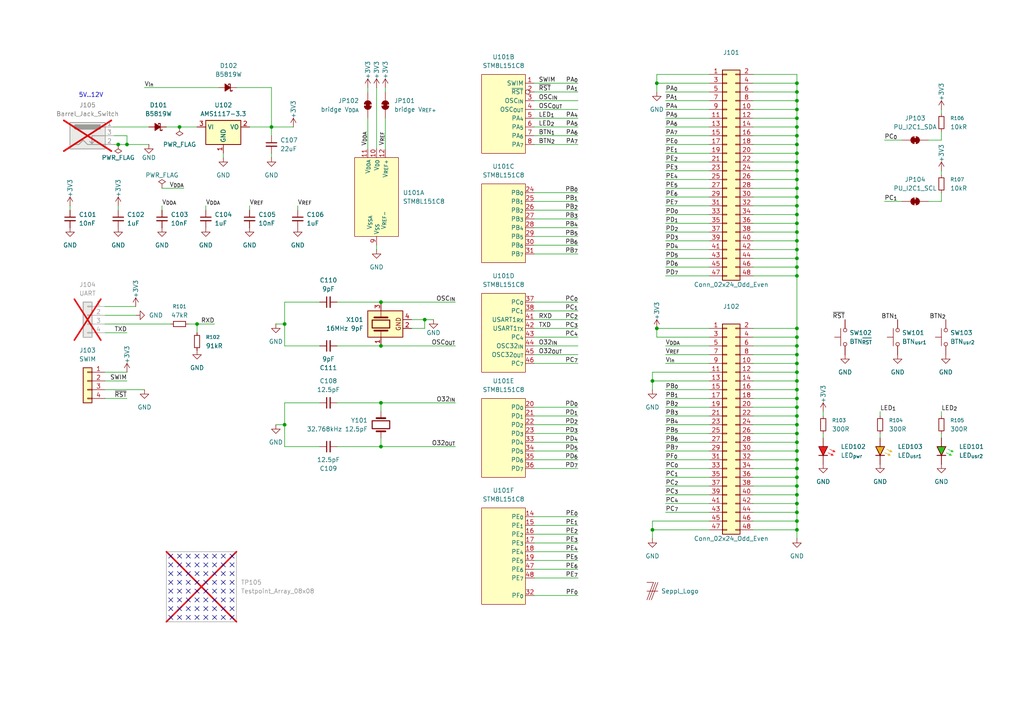
<source format=kicad_sch>
(kicad_sch
	(version 20250114)
	(generator "eeschema")
	(generator_version "9.0")
	(uuid "1c1a2d34-3b16-43ae-b476-103d99852114")
	(paper "A4")
	
	(text "5V..12V"
		(exclude_from_sim no)
		(at 26.416 27.686 0)
		(effects
			(font
				(size 1.27 1.27)
			)
		)
		(uuid "2c365476-d9a7-4e22-9c9c-0cd5b28cdef6")
	)
	(junction
		(at 231.14 102.87)
		(diameter 0)
		(color 0 0 0 0)
		(uuid "058bb74f-3ef7-4983-8213-0d960011ade8")
	)
	(junction
		(at 231.14 138.43)
		(diameter 0)
		(color 0 0 0 0)
		(uuid "068d380c-f887-4ef8-b8f2-3effc8f40bfb")
	)
	(junction
		(at 190.5 95.25)
		(diameter 0)
		(color 0 0 0 0)
		(uuid "0ac79a35-eb36-4e8c-a171-e6c0f99d1d69")
	)
	(junction
		(at 110.49 87.63)
		(diameter 0)
		(color 0 0 0 0)
		(uuid "0f00f5f2-4735-4236-a573-d810872371dd")
	)
	(junction
		(at 231.14 118.11)
		(diameter 0)
		(color 0 0 0 0)
		(uuid "10121bca-3e53-4967-b9d2-c62870b73a03")
	)
	(junction
		(at 189.23 110.49)
		(diameter 0)
		(color 0 0 0 0)
		(uuid "1737cf36-4d98-43eb-87a6-305f1edd5143")
	)
	(junction
		(at 57.15 93.98)
		(diameter 0)
		(color 0 0 0 0)
		(uuid "1a6d1a34-9244-424b-9283-7379cb3e8458")
	)
	(junction
		(at 231.14 67.31)
		(diameter 0)
		(color 0 0 0 0)
		(uuid "1eff2af4-6e23-4652-b283-3a2a350b277f")
	)
	(junction
		(at 231.14 52.07)
		(diameter 0)
		(color 0 0 0 0)
		(uuid "249f647c-809c-4556-9760-8e1c20ba1a19")
	)
	(junction
		(at 231.14 107.95)
		(diameter 0)
		(color 0 0 0 0)
		(uuid "2e6c09e4-691c-46a8-a43c-91e1b20716c8")
	)
	(junction
		(at 231.14 97.79)
		(diameter 0)
		(color 0 0 0 0)
		(uuid "2e89aa11-d4ea-4ff8-831c-3b999127fdff")
	)
	(junction
		(at 231.14 24.13)
		(diameter 0)
		(color 0 0 0 0)
		(uuid "314f6509-28f9-44a4-8ddb-34429c03b428")
	)
	(junction
		(at 231.14 77.47)
		(diameter 0)
		(color 0 0 0 0)
		(uuid "348f0d29-0ef8-47ec-9a73-152eaa28e2f4")
	)
	(junction
		(at 231.14 135.89)
		(diameter 0)
		(color 0 0 0 0)
		(uuid "39fab30c-0e11-4721-9001-e4058f6f1201")
	)
	(junction
		(at 231.14 80.01)
		(diameter 0)
		(color 0 0 0 0)
		(uuid "3da90d9f-aa2c-4a72-a772-48ddd4036e18")
	)
	(junction
		(at 190.5 24.13)
		(diameter 0)
		(color 0 0 0 0)
		(uuid "40f4b3ce-790f-4d15-826e-b571310542b5")
	)
	(junction
		(at 110.49 116.84)
		(diameter 0)
		(color 0 0 0 0)
		(uuid "4a65be1a-d119-4249-b378-f74afe6cf55a")
	)
	(junction
		(at 78.74 36.83)
		(diameter 0)
		(color 0 0 0 0)
		(uuid "4b279e5f-cef9-4e4f-b063-34595eec26d2")
	)
	(junction
		(at 231.14 39.37)
		(diameter 0)
		(color 0 0 0 0)
		(uuid "4fc3221f-0120-41ef-becd-a04ca76ea53c")
	)
	(junction
		(at 231.14 31.75)
		(diameter 0)
		(color 0 0 0 0)
		(uuid "524c5a9c-3170-4387-816d-c6372c78d8fa")
	)
	(junction
		(at 231.14 41.91)
		(diameter 0)
		(color 0 0 0 0)
		(uuid "544da872-8b32-4378-b1f5-f220aff3f32e")
	)
	(junction
		(at 231.14 110.49)
		(diameter 0)
		(color 0 0 0 0)
		(uuid "58d7128c-b6dd-4dec-a5b8-d490da3615be")
	)
	(junction
		(at 231.14 123.19)
		(diameter 0)
		(color 0 0 0 0)
		(uuid "6059816e-e38c-466b-82cf-0b9c74945bb1")
	)
	(junction
		(at 82.55 93.98)
		(diameter 0)
		(color 0 0 0 0)
		(uuid "626a53cc-43fa-454d-91ea-9a7bf65d4547")
	)
	(junction
		(at 231.14 59.69)
		(diameter 0)
		(color 0 0 0 0)
		(uuid "69c6aa1e-9bc3-4585-aaee-63f5137b8ad1")
	)
	(junction
		(at 231.14 54.61)
		(diameter 0)
		(color 0 0 0 0)
		(uuid "6b39a072-e276-4fa7-8910-99c05a58f98c")
	)
	(junction
		(at 231.14 151.13)
		(diameter 0)
		(color 0 0 0 0)
		(uuid "719f2afb-ac33-42c8-887b-d644381a033a")
	)
	(junction
		(at 231.14 133.35)
		(diameter 0)
		(color 0 0 0 0)
		(uuid "7beda794-9b63-4eef-b37b-b0defdbf1ad2")
	)
	(junction
		(at 231.14 49.53)
		(diameter 0)
		(color 0 0 0 0)
		(uuid "7e0a3200-b294-43b5-a08d-7cba0c101884")
	)
	(junction
		(at 231.14 74.93)
		(diameter 0)
		(color 0 0 0 0)
		(uuid "7f31df69-9671-4790-89a2-1295cb1d8f7b")
	)
	(junction
		(at 82.55 123.19)
		(diameter 0)
		(color 0 0 0 0)
		(uuid "84cf6980-1f31-4198-a3aa-8376c9b9a707")
	)
	(junction
		(at 231.14 44.45)
		(diameter 0)
		(color 0 0 0 0)
		(uuid "85b80094-dba9-4e6b-8579-07af9feeade9")
	)
	(junction
		(at 231.14 143.51)
		(diameter 0)
		(color 0 0 0 0)
		(uuid "881b10db-5690-4f9c-af96-28c88f5886bb")
	)
	(junction
		(at 231.14 72.39)
		(diameter 0)
		(color 0 0 0 0)
		(uuid "9911d175-542f-4457-853e-d8845e847e93")
	)
	(junction
		(at 231.14 115.57)
		(diameter 0)
		(color 0 0 0 0)
		(uuid "9dff47b3-1c00-47ae-9ce9-ee94f222a6fc")
	)
	(junction
		(at 231.14 46.99)
		(diameter 0)
		(color 0 0 0 0)
		(uuid "a3f8701a-946c-4a4f-8981-6b8c24b4ac2a")
	)
	(junction
		(at 231.14 130.81)
		(diameter 0)
		(color 0 0 0 0)
		(uuid "a7668db6-7635-49dc-9bce-5534713f924f")
	)
	(junction
		(at 231.14 120.65)
		(diameter 0)
		(color 0 0 0 0)
		(uuid "a76fbe5e-aaef-4fd3-b1b3-c24a8028d460")
	)
	(junction
		(at 52.07 36.83)
		(diameter 0)
		(color 0 0 0 0)
		(uuid "ab13d6b0-0f6f-4b75-948b-2a62b4d91923")
	)
	(junction
		(at 231.14 105.41)
		(diameter 0)
		(color 0 0 0 0)
		(uuid "ab17cc4b-ef2b-4049-8887-64a3d108c965")
	)
	(junction
		(at 231.14 113.03)
		(diameter 0)
		(color 0 0 0 0)
		(uuid "ac7cb6f7-5fe0-407b-821d-1184ed09ed74")
	)
	(junction
		(at 189.23 153.67)
		(diameter 0)
		(color 0 0 0 0)
		(uuid "b3101a08-0401-41da-9f52-4ad8218a0ac5")
	)
	(junction
		(at 231.14 29.21)
		(diameter 0)
		(color 0 0 0 0)
		(uuid "c2caf89f-22dc-44c9-be84-401158289a47")
	)
	(junction
		(at 34.29 41.91)
		(diameter 0)
		(color 0 0 0 0)
		(uuid "c39db28e-264e-42df-93d5-cab564e6a268")
	)
	(junction
		(at 231.14 36.83)
		(diameter 0)
		(color 0 0 0 0)
		(uuid "c7f47568-682f-490d-88a7-4efc553c2739")
	)
	(junction
		(at 231.14 64.77)
		(diameter 0)
		(color 0 0 0 0)
		(uuid "cc514ae3-e6ac-4c7e-818b-375e658cb2fe")
	)
	(junction
		(at 231.14 95.25)
		(diameter 0)
		(color 0 0 0 0)
		(uuid "cd9a06f1-f95c-4317-8e51-b8156646eec6")
	)
	(junction
		(at 231.14 128.27)
		(diameter 0)
		(color 0 0 0 0)
		(uuid "d0347342-13b5-4c05-9b8a-0700907fe374")
	)
	(junction
		(at 231.14 140.97)
		(diameter 0)
		(color 0 0 0 0)
		(uuid "d5f6b8b3-cb84-4307-8984-07aa089a53a2")
	)
	(junction
		(at 36.83 41.91)
		(diameter 0)
		(color 0 0 0 0)
		(uuid "dec8db9c-e3a8-4390-bdf8-c9ec5ed90841")
	)
	(junction
		(at 231.14 148.59)
		(diameter 0)
		(color 0 0 0 0)
		(uuid "e3cb0dca-f7a5-4b02-97ea-974773b05042")
	)
	(junction
		(at 231.14 57.15)
		(diameter 0)
		(color 0 0 0 0)
		(uuid "e58bdcaf-6bdb-4504-b0e6-c6dfb111eb47")
	)
	(junction
		(at 231.14 125.73)
		(diameter 0)
		(color 0 0 0 0)
		(uuid "e65ecd0c-431c-41f6-a8b9-5b9704a34aad")
	)
	(junction
		(at 110.49 100.33)
		(diameter 0)
		(color 0 0 0 0)
		(uuid "e69a0f14-586d-4bc7-a09b-9de2f48b611f")
	)
	(junction
		(at 231.14 34.29)
		(diameter 0)
		(color 0 0 0 0)
		(uuid "e8045218-45eb-47a3-ba4f-021a8ce94aff")
	)
	(junction
		(at 231.14 69.85)
		(diameter 0)
		(color 0 0 0 0)
		(uuid "ea7df971-f3e6-47fe-ae73-6b6df0b79be7")
	)
	(junction
		(at 231.14 26.67)
		(diameter 0)
		(color 0 0 0 0)
		(uuid "ea9b0258-7f1f-4f8c-83ba-22a4c913bbca")
	)
	(junction
		(at 110.49 129.54)
		(diameter 0)
		(color 0 0 0 0)
		(uuid "f6eddf8a-9490-4aec-8e53-3f6634e2362e")
	)
	(junction
		(at 231.14 100.33)
		(diameter 0)
		(color 0 0 0 0)
		(uuid "f8253089-1422-42c5-bef7-7bd23f04e562")
	)
	(junction
		(at 123.19 92.71)
		(diameter 0)
		(color 0 0 0 0)
		(uuid "fa3aeab1-5cfa-4136-bdeb-7a648b4728f7")
	)
	(junction
		(at 231.14 153.67)
		(diameter 0)
		(color 0 0 0 0)
		(uuid "fc61eba6-f114-431f-a43b-0c9e9289b0c9")
	)
	(junction
		(at 231.14 62.23)
		(diameter 0)
		(color 0 0 0 0)
		(uuid "fd2c172c-1c2a-4854-ad57-a4ff575619c0")
	)
	(junction
		(at 231.14 146.05)
		(diameter 0)
		(color 0 0 0 0)
		(uuid "fdae9c8f-4cea-48a7-bf0d-be0c15989c34")
	)
	(no_connect
		(at 62.23 161.29)
		(uuid "062059cc-016d-4041-8847-985f675e9b93")
	)
	(no_connect
		(at 64.77 171.45)
		(uuid "073cda88-966a-49c0-93ef-69306d4eafaf")
	)
	(no_connect
		(at 67.31 168.91)
		(uuid "098d1aa2-4def-4d18-ab48-275c87b2fc99")
	)
	(no_connect
		(at 59.69 171.45)
		(uuid "0a058b36-811c-4a3e-9908-de90c02e17d7")
	)
	(no_connect
		(at 52.07 163.83)
		(uuid "0b5d222c-a1d2-4fce-99fd-cdfbba2d021e")
	)
	(no_connect
		(at 54.61 173.99)
		(uuid "0dc3dec1-d398-45fd-a6a6-c8c4b41348e6")
	)
	(no_connect
		(at 62.23 171.45)
		(uuid "10b608c0-423d-4613-81bd-50f24f6bbe66")
	)
	(no_connect
		(at 49.53 176.53)
		(uuid "1110c19e-c495-4a2a-b4c2-51e16c9b0abf")
	)
	(no_connect
		(at 67.31 176.53)
		(uuid "14cfc4a3-d5b5-4f99-9a5b-5d5c0dd8cadb")
	)
	(no_connect
		(at 64.77 166.37)
		(uuid "15bc546e-5439-4335-beb6-9b5922daab0f")
	)
	(no_connect
		(at 59.69 179.07)
		(uuid "16a85de3-9141-4e32-86e2-7dcce6f8df85")
	)
	(no_connect
		(at 57.15 173.99)
		(uuid "16f49f5f-fe2c-447c-9621-58a84c0a05f9")
	)
	(no_connect
		(at 54.61 163.83)
		(uuid "19c83965-bcd2-4877-9f66-453f03abda3f")
	)
	(no_connect
		(at 49.53 161.29)
		(uuid "291a66fe-bfa3-4fa4-afb6-08d43c52baea")
	)
	(no_connect
		(at 52.07 166.37)
		(uuid "2d6342d7-d6df-4bc1-8752-4ecec2402da9")
	)
	(no_connect
		(at 52.07 168.91)
		(uuid "37bd34b9-0f1a-424a-9869-c21760f406c6")
	)
	(no_connect
		(at 67.31 166.37)
		(uuid "3bc9faaf-2693-4fb1-ba62-828913cc66aa")
	)
	(no_connect
		(at 67.31 179.07)
		(uuid "40120976-fe42-4006-b58c-7c5cd818c768")
	)
	(no_connect
		(at 49.53 179.07)
		(uuid "501d3868-0822-4734-a328-01db88f12884")
	)
	(no_connect
		(at 49.53 173.99)
		(uuid "50d66d22-b091-4183-b702-611ddcb2be03")
	)
	(no_connect
		(at 52.07 161.29)
		(uuid "5b1bf99f-9458-43c4-8dc8-a2e0832e2549")
	)
	(no_connect
		(at 62.23 163.83)
		(uuid "5ce72443-34dc-44b5-8b85-a582c22937a7")
	)
	(no_connect
		(at 52.07 179.07)
		(uuid "5f566c4d-9a85-4207-8503-d1b4599b7653")
	)
	(no_connect
		(at 59.69 176.53)
		(uuid "5fcd5f22-1183-4b60-8423-c93992d6d801")
	)
	(no_connect
		(at 54.61 179.07)
		(uuid "63ac88c4-8113-4a28-af05-c91910a0b60e")
	)
	(no_connect
		(at 49.53 166.37)
		(uuid "65f02f81-a2c0-40a7-9c9f-e81e6d24baa0")
	)
	(no_connect
		(at 67.31 171.45)
		(uuid "6680e94d-c6b6-41bc-8ead-a77526ccf03c")
	)
	(no_connect
		(at 62.23 179.07)
		(uuid "66ce96a1-6d81-4220-abda-badcf9f5fb0a")
	)
	(no_connect
		(at 62.23 166.37)
		(uuid "6b43ad69-8379-420d-98d9-3aae0887eecd")
	)
	(no_connect
		(at 52.07 171.45)
		(uuid "6ecee417-fc3e-48d0-8007-bc45e2e547c2")
	)
	(no_connect
		(at 59.69 168.91)
		(uuid "74dd00b9-53c2-4979-a75b-7490ea4d63d6")
	)
	(no_connect
		(at 54.61 171.45)
		(uuid "7dc45a5d-6886-4765-b124-fc810db98c97")
	)
	(no_connect
		(at 64.77 168.91)
		(uuid "8024ff69-c1a7-42cc-93f6-f112b0adfba2")
	)
	(no_connect
		(at 52.07 176.53)
		(uuid "80cac7e3-8bc7-4b25-a53b-6ef36b0ecbe3")
	)
	(no_connect
		(at 57.15 176.53)
		(uuid "8a9d23d3-654b-4f10-9b6f-54bae2d3032d")
	)
	(no_connect
		(at 64.77 179.07)
		(uuid "8d216494-8561-42a9-b734-41643e37a840")
	)
	(no_connect
		(at 57.15 168.91)
		(uuid "95ef9966-fa96-4de0-ac7b-1a325cd37424")
	)
	(no_connect
		(at 49.53 168.91)
		(uuid "973a81e1-d746-4677-806a-f886ca412ae4")
	)
	(no_connect
		(at 57.15 161.29)
		(uuid "974f81ba-c07a-4897-96fb-1980f7a0a5bc")
	)
	(no_connect
		(at 57.15 166.37)
		(uuid "9a9d33a4-0e86-42db-b2b3-3b515b485d72")
	)
	(no_connect
		(at 59.69 166.37)
		(uuid "a00b0209-be96-439f-9de0-cd664b96d18a")
	)
	(no_connect
		(at 67.31 173.99)
		(uuid "a7e1fa1b-d0c4-463d-8e12-1f56862df6e0")
	)
	(no_connect
		(at 64.77 163.83)
		(uuid "ac23d17c-8576-4c77-b057-9e9243462288")
	)
	(no_connect
		(at 49.53 163.83)
		(uuid "ad6e4b16-2746-4432-b9c8-4d2eeddb4574")
	)
	(no_connect
		(at 64.77 173.99)
		(uuid "aea50812-8beb-4ff2-b911-51427789f34a")
	)
	(no_connect
		(at 62.23 168.91)
		(uuid "b4c3c338-96a1-4d2d-b62b-0875034ea0c1")
	)
	(no_connect
		(at 59.69 161.29)
		(uuid "bf9f70f2-8bd1-4e0a-8036-f1248db64d4f")
	)
	(no_connect
		(at 59.69 163.83)
		(uuid "c064ac6a-896b-4031-8b5b-50c9d087f9f7")
	)
	(no_connect
		(at 67.31 163.83)
		(uuid "c22e5dbd-52c9-4d75-a538-08d0ceefaef2")
	)
	(no_connect
		(at 52.07 173.99)
		(uuid "c3953a75-bf72-4881-b17e-2690f5366cfe")
	)
	(no_connect
		(at 54.61 166.37)
		(uuid "c44b0c7d-3682-4a7a-ab72-7573e6acfe55")
	)
	(no_connect
		(at 59.69 173.99)
		(uuid "c54a235e-69f6-4929-8bce-041c99b27385")
	)
	(no_connect
		(at 54.61 161.29)
		(uuid "c7f228eb-4c67-4bac-a7f5-b549e23250d8")
	)
	(no_connect
		(at 64.77 161.29)
		(uuid "d19fac6b-761a-47a8-9097-4de39331c1ab")
	)
	(no_connect
		(at 62.23 173.99)
		(uuid "d1bd45cf-2b0c-4694-8bf8-3d22dacee315")
	)
	(no_connect
		(at 57.15 171.45)
		(uuid "db95ecaf-027b-49f2-b134-ccc89699f00e")
	)
	(no_connect
		(at 54.61 168.91)
		(uuid "e06d6bee-2452-4811-96cf-0a90ced89a7c")
	)
	(no_connect
		(at 57.15 179.07)
		(uuid "eb51cc8a-9a8d-4e87-909c-bbe8ad7a2caa")
	)
	(no_connect
		(at 49.53 171.45)
		(uuid "ebe3dbd6-da45-4143-b1c6-e9b5e575d17a")
	)
	(no_connect
		(at 54.61 176.53)
		(uuid "ec8e710f-d412-4f28-bcf4-d3bf211c90cb")
	)
	(no_connect
		(at 57.15 163.83)
		(uuid "f2565d60-023b-420d-84b7-1b84553f4859")
	)
	(no_connect
		(at 67.31 161.29)
		(uuid "f6322897-5cd8-4ead-b193-15407d37c02a")
	)
	(no_connect
		(at 64.77 176.53)
		(uuid "fbf4bc33-9ad8-4adf-8eb6-3e6c459f555c")
	)
	(no_connect
		(at 62.23 176.53)
		(uuid "ff290213-2758-4a10-9b80-8254749f6cf8")
	)
	(wire
		(pts
			(xy 33.02 39.37) (xy 36.83 39.37)
		)
		(stroke
			(width 0)
			(type default)
		)
		(uuid "00cc1e45-cc46-4c18-bdc8-0b28d5db5bc0")
	)
	(wire
		(pts
			(xy 39.37 88.9) (xy 30.48 88.9)
		)
		(stroke
			(width 0)
			(type default)
		)
		(uuid "01e876b7-849d-48f0-9d24-dd8b86022e22")
	)
	(wire
		(pts
			(xy 193.04 64.77) (xy 205.74 64.77)
		)
		(stroke
			(width 0)
			(type default)
		)
		(uuid "01f90b82-73e6-496b-aa6b-98f4c6f79c79")
	)
	(wire
		(pts
			(xy 218.44 113.03) (xy 231.14 113.03)
		)
		(stroke
			(width 0)
			(type default)
		)
		(uuid "02771076-6bc1-4ef1-9a8f-6f7e17f9e298")
	)
	(wire
		(pts
			(xy 154.94 157.48) (xy 167.64 157.48)
		)
		(stroke
			(width 0)
			(type default)
		)
		(uuid "030578c4-9406-4fab-a7d9-561b7a71477e")
	)
	(wire
		(pts
			(xy 218.44 133.35) (xy 231.14 133.35)
		)
		(stroke
			(width 0)
			(type default)
		)
		(uuid "038baede-3ea5-4388-98f4-006830cdc28c")
	)
	(wire
		(pts
			(xy 97.79 116.84) (xy 110.49 116.84)
		)
		(stroke
			(width 0)
			(type default)
		)
		(uuid "0522c826-a3f9-4b51-ad39-86f161473a9a")
	)
	(wire
		(pts
			(xy 193.04 105.41) (xy 205.74 105.41)
		)
		(stroke
			(width 0)
			(type default)
		)
		(uuid "0545ce5d-02cf-4316-adc7-4beab4afee6c")
	)
	(wire
		(pts
			(xy 193.04 49.53) (xy 205.74 49.53)
		)
		(stroke
			(width 0)
			(type default)
		)
		(uuid "0548b756-f8e7-4951-9675-a65c41aae2ff")
	)
	(wire
		(pts
			(xy 193.04 115.57) (xy 205.74 115.57)
		)
		(stroke
			(width 0)
			(type default)
		)
		(uuid "06d5fd91-8f5f-489d-9e24-07fc0cb8d3fc")
	)
	(wire
		(pts
			(xy 190.5 21.59) (xy 205.74 21.59)
		)
		(stroke
			(width 0)
			(type default)
		)
		(uuid "06e4041c-f313-40eb-a915-da445f626ba7")
	)
	(wire
		(pts
			(xy 154.94 58.42) (xy 167.64 58.42)
		)
		(stroke
			(width 0)
			(type default)
		)
		(uuid "06f01035-ce44-4456-a0e1-86afbc7815b8")
	)
	(wire
		(pts
			(xy 80.01 123.19) (xy 82.55 123.19)
		)
		(stroke
			(width 0)
			(type default)
		)
		(uuid "07bb2d10-498d-4acf-b0a8-84af65abb78a")
	)
	(wire
		(pts
			(xy 189.23 151.13) (xy 205.74 151.13)
		)
		(stroke
			(width 0)
			(type default)
		)
		(uuid "0a0d26a1-743f-4751-b917-c64c0c23edc5")
	)
	(wire
		(pts
			(xy 72.39 59.69) (xy 72.39 60.96)
		)
		(stroke
			(width 0)
			(type default)
		)
		(uuid "0b40e4dd-f192-4ae5-9b39-8d99cd7af178")
	)
	(wire
		(pts
			(xy 273.05 125.73) (xy 273.05 127)
		)
		(stroke
			(width 0)
			(type default)
		)
		(uuid "0df80a74-cff0-4962-a41e-4da2de481367")
	)
	(wire
		(pts
			(xy 193.04 29.21) (xy 205.74 29.21)
		)
		(stroke
			(width 0)
			(type default)
		)
		(uuid "0e3a6531-c833-4eaa-9eb7-0c8c9d9b8e46")
	)
	(wire
		(pts
			(xy 154.94 162.56) (xy 167.64 162.56)
		)
		(stroke
			(width 0)
			(type default)
		)
		(uuid "0e5e5225-e8ac-4c83-8796-3b6fec09716d")
	)
	(wire
		(pts
			(xy 231.14 120.65) (xy 231.14 118.11)
		)
		(stroke
			(width 0)
			(type default)
		)
		(uuid "1091edce-91ca-403b-8f52-dce24edcbd52")
	)
	(wire
		(pts
			(xy 218.44 39.37) (xy 231.14 39.37)
		)
		(stroke
			(width 0)
			(type default)
		)
		(uuid "13859e43-11fe-49c3-9063-73de60c0b31c")
	)
	(wire
		(pts
			(xy 82.55 87.63) (xy 82.55 93.98)
		)
		(stroke
			(width 0)
			(type default)
		)
		(uuid "1521a565-afb3-46bc-b7bc-467131cc4acc")
	)
	(wire
		(pts
			(xy 106.68 25.4) (xy 106.68 26.67)
		)
		(stroke
			(width 0)
			(type default)
		)
		(uuid "16764541-7e98-44c5-87c0-46706e000c7c")
	)
	(wire
		(pts
			(xy 154.94 133.35) (xy 167.64 133.35)
		)
		(stroke
			(width 0)
			(type default)
		)
		(uuid "1680e568-f952-48d0-8f20-e2066e7633a1")
	)
	(wire
		(pts
			(xy 82.55 116.84) (xy 82.55 123.19)
		)
		(stroke
			(width 0)
			(type default)
		)
		(uuid "16ab5d1e-2ae4-4efe-aa54-936caefebbce")
	)
	(wire
		(pts
			(xy 231.14 59.69) (xy 231.14 57.15)
		)
		(stroke
			(width 0)
			(type default)
		)
		(uuid "17287838-7f74-4235-8596-2ebb40d5b5f8")
	)
	(wire
		(pts
			(xy 218.44 143.51) (xy 231.14 143.51)
		)
		(stroke
			(width 0)
			(type default)
		)
		(uuid "17b4578a-9fde-4164-908c-9721129fbb4d")
	)
	(wire
		(pts
			(xy 82.55 100.33) (xy 92.71 100.33)
		)
		(stroke
			(width 0)
			(type default)
		)
		(uuid "18b4c274-e70e-4053-9150-47acb934b7c7")
	)
	(wire
		(pts
			(xy 190.5 21.59) (xy 190.5 24.13)
		)
		(stroke
			(width 0)
			(type default)
		)
		(uuid "18bf76cc-fb56-4ad4-9d78-fa728ead65f7")
	)
	(wire
		(pts
			(xy 193.04 62.23) (xy 205.74 62.23)
		)
		(stroke
			(width 0)
			(type default)
		)
		(uuid "1b611e61-6513-4d44-bc4d-0f5dfc73071b")
	)
	(wire
		(pts
			(xy 111.76 25.4) (xy 111.76 26.67)
		)
		(stroke
			(width 0)
			(type default)
		)
		(uuid "1b799b42-8b77-4200-b8d6-df1298955bd8")
	)
	(wire
		(pts
			(xy 261.62 58.42) (xy 256.54 58.42)
		)
		(stroke
			(width 0)
			(type default)
		)
		(uuid "1c075abe-0cb5-4a75-849f-cddbb3a99c88")
	)
	(wire
		(pts
			(xy 231.14 57.15) (xy 231.14 54.61)
		)
		(stroke
			(width 0)
			(type default)
		)
		(uuid "1ca4fbe5-989c-48cb-9e21-6e998ddd8cf2")
	)
	(wire
		(pts
			(xy 72.39 36.83) (xy 78.74 36.83)
		)
		(stroke
			(width 0)
			(type default)
		)
		(uuid "1cceedf3-ac7e-4f12-ab3d-efe9df7719e9")
	)
	(wire
		(pts
			(xy 189.23 153.67) (xy 189.23 156.21)
		)
		(stroke
			(width 0)
			(type default)
		)
		(uuid "1dda387b-ffc7-4cec-9163-08c544a8732c")
	)
	(wire
		(pts
			(xy 36.83 41.91) (xy 34.29 41.91)
		)
		(stroke
			(width 0)
			(type default)
		)
		(uuid "1ed8108a-dc1a-407e-9a0a-9e147f7b4444")
	)
	(wire
		(pts
			(xy 218.44 110.49) (xy 231.14 110.49)
		)
		(stroke
			(width 0)
			(type default)
		)
		(uuid "1f63fea3-7d60-4f8d-b9f2-e588c808b7c4")
	)
	(wire
		(pts
			(xy 231.14 107.95) (xy 231.14 105.41)
		)
		(stroke
			(width 0)
			(type default)
		)
		(uuid "1fa59f5e-40f5-409b-985d-5a6782b38ac8")
	)
	(wire
		(pts
			(xy 68.58 25.4) (xy 78.74 25.4)
		)
		(stroke
			(width 0)
			(type default)
		)
		(uuid "20c21d62-5682-4557-a4fc-c08ca1affa6b")
	)
	(wire
		(pts
			(xy 82.55 93.98) (xy 82.55 100.33)
		)
		(stroke
			(width 0)
			(type default)
		)
		(uuid "21589657-5c35-42e6-84b8-3d9343641187")
	)
	(wire
		(pts
			(xy 255.27 119.38) (xy 255.27 120.65)
		)
		(stroke
			(width 0)
			(type default)
		)
		(uuid "222f152a-bf45-4688-9772-b49475e1434b")
	)
	(wire
		(pts
			(xy 193.04 123.19) (xy 205.74 123.19)
		)
		(stroke
			(width 0)
			(type default)
		)
		(uuid "22fb934b-302f-4f4c-9a51-b0da7f1bfcf1")
	)
	(wire
		(pts
			(xy 30.48 93.98) (xy 49.53 93.98)
		)
		(stroke
			(width 0)
			(type default)
		)
		(uuid "23634798-df81-4bf7-9997-5d4d2114e529")
	)
	(wire
		(pts
			(xy 190.5 24.13) (xy 205.74 24.13)
		)
		(stroke
			(width 0)
			(type default)
		)
		(uuid "23ca2ba4-a01f-43da-87e6-b753a2aba6e4")
	)
	(wire
		(pts
			(xy 154.94 100.33) (xy 167.64 100.33)
		)
		(stroke
			(width 0)
			(type default)
		)
		(uuid "256b2ec0-1a91-4c9e-b970-fe3785b08a2e")
	)
	(wire
		(pts
			(xy 193.04 36.83) (xy 205.74 36.83)
		)
		(stroke
			(width 0)
			(type default)
		)
		(uuid "25ddede4-3190-4ec6-99ce-ed36223f7c8a")
	)
	(wire
		(pts
			(xy 231.14 102.87) (xy 231.14 100.33)
		)
		(stroke
			(width 0)
			(type default)
		)
		(uuid "26640abe-c791-4a3d-b795-cbafa6f88393")
	)
	(wire
		(pts
			(xy 193.04 57.15) (xy 205.74 57.15)
		)
		(stroke
			(width 0)
			(type default)
		)
		(uuid "2681196a-57da-4d1a-921f-2e0b4620c089")
	)
	(wire
		(pts
			(xy 218.44 128.27) (xy 231.14 128.27)
		)
		(stroke
			(width 0)
			(type default)
		)
		(uuid "26b83d4c-1a4f-49d6-9c49-3650bc42592c")
	)
	(wire
		(pts
			(xy 231.14 80.01) (xy 231.14 95.25)
		)
		(stroke
			(width 0)
			(type default)
		)
		(uuid "272267b9-f606-466f-961b-9ba192e891e0")
	)
	(wire
		(pts
			(xy 82.55 129.54) (xy 92.71 129.54)
		)
		(stroke
			(width 0)
			(type default)
		)
		(uuid "280111f2-579a-4b88-b46b-106d900fe6ae")
	)
	(wire
		(pts
			(xy 231.14 143.51) (xy 231.14 140.97)
		)
		(stroke
			(width 0)
			(type default)
		)
		(uuid "28a0f18c-109c-406d-9c9d-ebe22180c8b6")
	)
	(wire
		(pts
			(xy 231.14 49.53) (xy 231.14 46.99)
		)
		(stroke
			(width 0)
			(type default)
		)
		(uuid "29996d8c-b2bc-42c0-b102-ea375b90ff1f")
	)
	(wire
		(pts
			(xy 30.48 91.44) (xy 39.37 91.44)
		)
		(stroke
			(width 0)
			(type default)
		)
		(uuid "2b9fce59-2793-42d8-8c68-d34a3e6aeb4b")
	)
	(wire
		(pts
			(xy 189.23 107.95) (xy 205.74 107.95)
		)
		(stroke
			(width 0)
			(type default)
		)
		(uuid "356187ed-86db-40fb-91d2-ad3e2060485c")
	)
	(wire
		(pts
			(xy 231.14 156.21) (xy 231.14 153.67)
		)
		(stroke
			(width 0)
			(type default)
		)
		(uuid "364b9d6f-a9c6-4461-9afd-14fec43de17d")
	)
	(wire
		(pts
			(xy 193.04 140.97) (xy 205.74 140.97)
		)
		(stroke
			(width 0)
			(type default)
		)
		(uuid "370d2841-dedc-4ff4-b20f-aef68a5005fd")
	)
	(wire
		(pts
			(xy 218.44 95.25) (xy 231.14 95.25)
		)
		(stroke
			(width 0)
			(type default)
		)
		(uuid "3713efe3-795c-40ee-b0ce-d7ea69372939")
	)
	(wire
		(pts
			(xy 189.23 153.67) (xy 205.74 153.67)
		)
		(stroke
			(width 0)
			(type default)
		)
		(uuid "3801a83b-0edd-4e55-94ce-69df71fd37f3")
	)
	(wire
		(pts
			(xy 109.22 72.39) (xy 109.22 71.12)
		)
		(stroke
			(width 0)
			(type default)
		)
		(uuid "3810f91c-588b-4e5c-b924-690e27113a38")
	)
	(wire
		(pts
			(xy 231.14 34.29) (xy 231.14 31.75)
		)
		(stroke
			(width 0)
			(type default)
		)
		(uuid "381fde18-cb8b-4467-a5e6-2ab8adefef38")
	)
	(wire
		(pts
			(xy 231.14 128.27) (xy 231.14 125.73)
		)
		(stroke
			(width 0)
			(type default)
		)
		(uuid "3914315f-927c-49d6-a6b6-4e549fd6cd94")
	)
	(wire
		(pts
			(xy 218.44 44.45) (xy 231.14 44.45)
		)
		(stroke
			(width 0)
			(type default)
		)
		(uuid "3964da73-8233-4fc5-804f-fa749b480ee8")
	)
	(wire
		(pts
			(xy 193.04 69.85) (xy 205.74 69.85)
		)
		(stroke
			(width 0)
			(type default)
		)
		(uuid "3abb9088-65a8-4cd5-b893-c55068f8d011")
	)
	(wire
		(pts
			(xy 154.94 68.58) (xy 167.64 68.58)
		)
		(stroke
			(width 0)
			(type default)
		)
		(uuid "3ba74682-fa48-428a-ac6f-c71f67d4e223")
	)
	(wire
		(pts
			(xy 231.14 44.45) (xy 231.14 41.91)
		)
		(stroke
			(width 0)
			(type default)
		)
		(uuid "3c23ba0f-bf8e-47a9-9814-53d47d99fa49")
	)
	(wire
		(pts
			(xy 193.04 77.47) (xy 205.74 77.47)
		)
		(stroke
			(width 0)
			(type default)
		)
		(uuid "3c36479a-040d-45d5-8ff7-887a1d17570c")
	)
	(wire
		(pts
			(xy 231.14 151.13) (xy 231.14 148.59)
		)
		(stroke
			(width 0)
			(type default)
		)
		(uuid "3c3f9a22-da7a-4cf0-adff-4692dd2c0d38")
	)
	(wire
		(pts
			(xy 154.94 135.89) (xy 167.64 135.89)
		)
		(stroke
			(width 0)
			(type default)
		)
		(uuid "3cfa1536-83d6-4124-8a86-737f3abafdc5")
	)
	(wire
		(pts
			(xy 33.02 36.83) (xy 43.18 36.83)
		)
		(stroke
			(width 0)
			(type default)
		)
		(uuid "3d02c59e-ff52-4958-88ec-f6f12a30c6aa")
	)
	(wire
		(pts
			(xy 218.44 46.99) (xy 231.14 46.99)
		)
		(stroke
			(width 0)
			(type default)
		)
		(uuid "3d03f33d-709c-4124-918b-da0c8803bcbe")
	)
	(wire
		(pts
			(xy 231.14 24.13) (xy 231.14 21.59)
		)
		(stroke
			(width 0)
			(type default)
		)
		(uuid "3eff2f58-f34e-46df-9a3d-5bd42076af30")
	)
	(wire
		(pts
			(xy 154.94 97.79) (xy 167.64 97.79)
		)
		(stroke
			(width 0)
			(type default)
		)
		(uuid "3ffa1c38-3e01-4991-8b4a-475a55063090")
	)
	(wire
		(pts
			(xy 154.94 87.63) (xy 167.64 87.63)
		)
		(stroke
			(width 0)
			(type default)
		)
		(uuid "40d6dce5-0da4-488d-bb85-2db773c45d94")
	)
	(wire
		(pts
			(xy 190.5 97.79) (xy 205.74 97.79)
		)
		(stroke
			(width 0)
			(type default)
		)
		(uuid "42c8c2e2-552b-4a5f-b2fa-e3c5c7dee633")
	)
	(wire
		(pts
			(xy 110.49 129.54) (xy 132.08 129.54)
		)
		(stroke
			(width 0)
			(type default)
		)
		(uuid "4598b900-154b-4731-85b4-e6e3b443d446")
	)
	(wire
		(pts
			(xy 231.14 80.01) (xy 231.14 77.47)
		)
		(stroke
			(width 0)
			(type default)
		)
		(uuid "45ce3901-47a1-4bc1-a4c8-c4161d66c68c")
	)
	(wire
		(pts
			(xy 123.19 92.71) (xy 119.38 92.71)
		)
		(stroke
			(width 0)
			(type default)
		)
		(uuid "45f2ab88-995d-4865-8bb0-41c4cb2316bc")
	)
	(wire
		(pts
			(xy 154.94 102.87) (xy 167.64 102.87)
		)
		(stroke
			(width 0)
			(type default)
		)
		(uuid "4641377e-3fb1-47fe-87b9-7cdc70f3c802")
	)
	(wire
		(pts
			(xy 218.44 36.83) (xy 231.14 36.83)
		)
		(stroke
			(width 0)
			(type default)
		)
		(uuid "472f35c1-1d67-4260-93f1-23c1d66bfa15")
	)
	(wire
		(pts
			(xy 218.44 59.69) (xy 231.14 59.69)
		)
		(stroke
			(width 0)
			(type default)
		)
		(uuid "4810ce13-fa9a-486e-ad66-0be0f8dd4746")
	)
	(wire
		(pts
			(xy 190.5 24.13) (xy 190.5 26.67)
		)
		(stroke
			(width 0)
			(type default)
		)
		(uuid "48eca2b4-6acb-43a7-b1b3-f7762312ec1a")
	)
	(wire
		(pts
			(xy 218.44 148.59) (xy 231.14 148.59)
		)
		(stroke
			(width 0)
			(type default)
		)
		(uuid "4962018f-9624-44a9-b22f-b8267fca1291")
	)
	(wire
		(pts
			(xy 154.94 36.83) (xy 167.64 36.83)
		)
		(stroke
			(width 0)
			(type default)
		)
		(uuid "4ae798b9-f072-4a23-b353-e845aa383947")
	)
	(wire
		(pts
			(xy 154.94 120.65) (xy 167.64 120.65)
		)
		(stroke
			(width 0)
			(type default)
		)
		(uuid "4be19e91-1ce5-4077-89ee-8c80a869446a")
	)
	(wire
		(pts
			(xy 218.44 29.21) (xy 231.14 29.21)
		)
		(stroke
			(width 0)
			(type default)
		)
		(uuid "4d255ec9-7367-446c-8926-b581a67c37d7")
	)
	(wire
		(pts
			(xy 231.14 39.37) (xy 231.14 36.83)
		)
		(stroke
			(width 0)
			(type default)
		)
		(uuid "4d69bf90-1a74-4a3e-b8bb-29aa4ffeb09a")
	)
	(wire
		(pts
			(xy 64.77 45.72) (xy 64.77 44.45)
		)
		(stroke
			(width 0)
			(type default)
		)
		(uuid "505d569a-19da-4efc-954b-e8fb92e042cb")
	)
	(wire
		(pts
			(xy 218.44 74.93) (xy 231.14 74.93)
		)
		(stroke
			(width 0)
			(type default)
		)
		(uuid "51c63669-1f03-4ca9-bd78-a35632f9c1b6")
	)
	(wire
		(pts
			(xy 30.48 115.57) (xy 36.83 115.57)
		)
		(stroke
			(width 0)
			(type default)
		)
		(uuid "51d1bbd9-4269-49b2-9f6f-15d040a4408e")
	)
	(wire
		(pts
			(xy 193.04 54.61) (xy 205.74 54.61)
		)
		(stroke
			(width 0)
			(type default)
		)
		(uuid "5204c730-75ab-41f8-a8d2-54bd7ed9f5fd")
	)
	(wire
		(pts
			(xy 193.04 31.75) (xy 205.74 31.75)
		)
		(stroke
			(width 0)
			(type default)
		)
		(uuid "548c595d-ed30-46ec-95d7-cf85114611b6")
	)
	(wire
		(pts
			(xy 30.48 110.49) (xy 36.83 110.49)
		)
		(stroke
			(width 0)
			(type default)
		)
		(uuid "5588f5ad-5cab-49d4-9d03-f2503e17671d")
	)
	(wire
		(pts
			(xy 231.14 72.39) (xy 231.14 69.85)
		)
		(stroke
			(width 0)
			(type default)
		)
		(uuid "559742c1-e36e-42f0-a374-556b6a3daf1d")
	)
	(wire
		(pts
			(xy 231.14 31.75) (xy 231.14 29.21)
		)
		(stroke
			(width 0)
			(type default)
		)
		(uuid "5608d2de-d913-4d71-ba0f-678799fb9825")
	)
	(wire
		(pts
			(xy 36.83 39.37) (xy 36.83 41.91)
		)
		(stroke
			(width 0)
			(type default)
		)
		(uuid "58d0a959-db7c-493e-9068-d4579a6b988b")
	)
	(wire
		(pts
			(xy 218.44 26.67) (xy 231.14 26.67)
		)
		(stroke
			(width 0)
			(type default)
		)
		(uuid "58ec6db9-a695-4540-a858-3bdcff8def7e")
	)
	(wire
		(pts
			(xy 97.79 100.33) (xy 110.49 100.33)
		)
		(stroke
			(width 0)
			(type default)
		)
		(uuid "5a317496-4913-4970-b192-535fb8beefc3")
	)
	(wire
		(pts
			(xy 154.94 63.5) (xy 167.64 63.5)
		)
		(stroke
			(width 0)
			(type default)
		)
		(uuid "5c75cfae-06bf-40f3-953d-205151efb095")
	)
	(wire
		(pts
			(xy 154.94 95.25) (xy 167.64 95.25)
		)
		(stroke
			(width 0)
			(type default)
		)
		(uuid "5fa7492c-ac1c-471b-8ef6-feb72334a3e2")
	)
	(wire
		(pts
			(xy 231.14 36.83) (xy 231.14 34.29)
		)
		(stroke
			(width 0)
			(type default)
		)
		(uuid "5fefb59e-7803-4066-b911-2f4364db2a73")
	)
	(wire
		(pts
			(xy 231.14 62.23) (xy 231.14 59.69)
		)
		(stroke
			(width 0)
			(type default)
		)
		(uuid "60623b1c-dc76-475a-ba95-8e8819d17f64")
	)
	(wire
		(pts
			(xy 154.94 29.21) (xy 167.64 29.21)
		)
		(stroke
			(width 0)
			(type default)
		)
		(uuid "621d11d9-6227-4fc9-a36d-82fcfacade1a")
	)
	(wire
		(pts
			(xy 231.14 105.41) (xy 231.14 102.87)
		)
		(stroke
			(width 0)
			(type default)
		)
		(uuid "62327d9d-cebb-4eb3-b6a6-82faf1cece4c")
	)
	(wire
		(pts
			(xy 218.44 146.05) (xy 231.14 146.05)
		)
		(stroke
			(width 0)
			(type default)
		)
		(uuid "6268105e-8517-4da9-8645-febf659897c1")
	)
	(wire
		(pts
			(xy 154.94 149.86) (xy 167.64 149.86)
		)
		(stroke
			(width 0)
			(type default)
		)
		(uuid "62fb3ef7-689a-4acd-83d4-0c2bf8674da7")
	)
	(wire
		(pts
			(xy 154.94 41.91) (xy 167.64 41.91)
		)
		(stroke
			(width 0)
			(type default)
		)
		(uuid "636db592-2b76-4941-b6e4-b308f851e8bf")
	)
	(wire
		(pts
			(xy 193.04 133.35) (xy 205.74 133.35)
		)
		(stroke
			(width 0)
			(type default)
		)
		(uuid "64dd5794-1d6a-4129-98a5-6eaa3068faf7")
	)
	(wire
		(pts
			(xy 193.04 46.99) (xy 205.74 46.99)
		)
		(stroke
			(width 0)
			(type default)
		)
		(uuid "66623377-bcd2-4af7-b688-007253e79065")
	)
	(wire
		(pts
			(xy 20.32 59.69) (xy 20.32 60.96)
		)
		(stroke
			(width 0)
			(type default)
		)
		(uuid "667abb45-a9cc-4752-ae2c-c9228e4fe59d")
	)
	(wire
		(pts
			(xy 46.99 59.69) (xy 46.99 60.96)
		)
		(stroke
			(width 0)
			(type default)
		)
		(uuid "66b9ebfb-f5f5-4625-98ef-a91c738c9d0d")
	)
	(wire
		(pts
			(xy 154.94 154.94) (xy 167.64 154.94)
		)
		(stroke
			(width 0)
			(type default)
		)
		(uuid "6840ae85-20cb-4323-b856-a0313fe60a8e")
	)
	(wire
		(pts
			(xy 231.14 110.49) (xy 231.14 107.95)
		)
		(stroke
			(width 0)
			(type default)
		)
		(uuid "686d7634-8cbb-4d2d-8432-6b641440afac")
	)
	(wire
		(pts
			(xy 82.55 87.63) (xy 92.71 87.63)
		)
		(stroke
			(width 0)
			(type default)
		)
		(uuid "68c60794-cf7f-43aa-9871-0e0a8ead3758")
	)
	(wire
		(pts
			(xy 110.49 116.84) (xy 110.49 119.38)
		)
		(stroke
			(width 0)
			(type default)
		)
		(uuid "68df7346-ba39-41bb-8814-28508230b5db")
	)
	(wire
		(pts
			(xy 189.23 151.13) (xy 189.23 153.67)
		)
		(stroke
			(width 0)
			(type default)
		)
		(uuid "6abfcc2d-0aa7-4fbe-a2b8-dbc62884bdfc")
	)
	(wire
		(pts
			(xy 53.34 54.61) (xy 46.99 54.61)
		)
		(stroke
			(width 0)
			(type default)
		)
		(uuid "6b038165-6106-4cb8-aca9-bee040a22917")
	)
	(wire
		(pts
			(xy 218.44 49.53) (xy 231.14 49.53)
		)
		(stroke
			(width 0)
			(type default)
		)
		(uuid "6c92b1db-6480-4c91-827e-40cb9abc581c")
	)
	(wire
		(pts
			(xy 92.71 116.84) (xy 82.55 116.84)
		)
		(stroke
			(width 0)
			(type default)
		)
		(uuid "6d32e0c1-309c-462e-ba1f-f00a4f7c1bbc")
	)
	(wire
		(pts
			(xy 154.94 105.41) (xy 167.64 105.41)
		)
		(stroke
			(width 0)
			(type default)
		)
		(uuid "6e502f11-9b7d-43a7-9aa8-70de046f8643")
	)
	(wire
		(pts
			(xy 193.04 138.43) (xy 205.74 138.43)
		)
		(stroke
			(width 0)
			(type default)
		)
		(uuid "6f08eec6-7ec0-4860-b66c-9416b6fd692b")
	)
	(wire
		(pts
			(xy 193.04 52.07) (xy 205.74 52.07)
		)
		(stroke
			(width 0)
			(type default)
		)
		(uuid "6f4b94c7-1868-4bd0-aba5-793588a0fa65")
	)
	(wire
		(pts
			(xy 231.14 77.47) (xy 231.14 74.93)
		)
		(stroke
			(width 0)
			(type default)
		)
		(uuid "6fc3b8ef-9c94-4f39-86ac-b08074f3b19d")
	)
	(wire
		(pts
			(xy 193.04 148.59) (xy 205.74 148.59)
		)
		(stroke
			(width 0)
			(type default)
		)
		(uuid "7555fd11-a4bd-42ff-965a-cfccdc398b31")
	)
	(wire
		(pts
			(xy 231.14 118.11) (xy 231.14 115.57)
		)
		(stroke
			(width 0)
			(type default)
		)
		(uuid "75a39ef9-da1c-4638-97b2-0bc581d95e03")
	)
	(wire
		(pts
			(xy 273.05 119.38) (xy 273.05 120.65)
		)
		(stroke
			(width 0)
			(type default)
		)
		(uuid "7652c1ba-598b-4afd-bce5-a8fa034829ed")
	)
	(wire
		(pts
			(xy 193.04 67.31) (xy 205.74 67.31)
		)
		(stroke
			(width 0)
			(type default)
		)
		(uuid "77cab4f0-5647-47c5-b360-5c643de341a2")
	)
	(wire
		(pts
			(xy 154.94 90.17) (xy 167.64 90.17)
		)
		(stroke
			(width 0)
			(type default)
		)
		(uuid "79c6a730-d5da-49ce-8ba9-87b96e4eb1c5")
	)
	(wire
		(pts
			(xy 193.04 34.29) (xy 205.74 34.29)
		)
		(stroke
			(width 0)
			(type default)
		)
		(uuid "7a9aa9ca-b115-4211-b8ff-8b14341a65d7")
	)
	(wire
		(pts
			(xy 78.74 25.4) (xy 78.74 36.83)
		)
		(stroke
			(width 0)
			(type default)
		)
		(uuid "7c3f70a7-52e7-4878-a384-4db44cc2b04b")
	)
	(wire
		(pts
			(xy 231.14 148.59) (xy 231.14 146.05)
		)
		(stroke
			(width 0)
			(type default)
		)
		(uuid "7cb858a6-9d13-42c2-911f-58bca87d54f1")
	)
	(wire
		(pts
			(xy 273.05 55.88) (xy 273.05 58.42)
		)
		(stroke
			(width 0)
			(type default)
		)
		(uuid "7dfdd7fb-a12c-4516-8919-96c1c8a9dc1e")
	)
	(wire
		(pts
			(xy 218.44 72.39) (xy 231.14 72.39)
		)
		(stroke
			(width 0)
			(type default)
		)
		(uuid "7f61ce36-834a-43cb-aa1d-7bee5c61ed9c")
	)
	(wire
		(pts
			(xy 193.04 102.87) (xy 205.74 102.87)
		)
		(stroke
			(width 0)
			(type default)
		)
		(uuid "7f645eb1-0567-4b3c-8c28-d16ae20de124")
	)
	(wire
		(pts
			(xy 273.05 33.02) (xy 273.05 31.75)
		)
		(stroke
			(width 0)
			(type default)
		)
		(uuid "7f79b797-14ae-48bf-8b57-1dcb0e50936a")
	)
	(wire
		(pts
			(xy 154.94 31.75) (xy 167.64 31.75)
		)
		(stroke
			(width 0)
			(type default)
		)
		(uuid "7f82b56c-8227-4dd7-bbd4-4223e468e5ad")
	)
	(wire
		(pts
			(xy 190.5 95.25) (xy 205.74 95.25)
		)
		(stroke
			(width 0)
			(type default)
		)
		(uuid "7fb3acb3-71af-4dfa-8fe1-4aaf88b90d30")
	)
	(wire
		(pts
			(xy 110.49 87.63) (xy 132.08 87.63)
		)
		(stroke
			(width 0)
			(type default)
		)
		(uuid "8191f4ed-6d5d-48ad-ac50-59b3099d70d2")
	)
	(wire
		(pts
			(xy 154.94 92.71) (xy 167.64 92.71)
		)
		(stroke
			(width 0)
			(type default)
		)
		(uuid "82bf09f0-3ef2-4ddb-abbd-6d7fefb7e1e9")
	)
	(wire
		(pts
			(xy 110.49 129.54) (xy 110.49 127)
		)
		(stroke
			(width 0)
			(type default)
		)
		(uuid "82f65e15-328d-43cf-ba14-cf88ea15f2c6")
	)
	(wire
		(pts
			(xy 193.04 59.69) (xy 205.74 59.69)
		)
		(stroke
			(width 0)
			(type default)
		)
		(uuid "8340d3f8-93bc-4004-80a6-c0a15a9177a6")
	)
	(wire
		(pts
			(xy 78.74 45.72) (xy 78.74 44.45)
		)
		(stroke
			(width 0)
			(type default)
		)
		(uuid "87211821-a5a5-42f7-a044-1e0580b8fe13")
	)
	(wire
		(pts
			(xy 36.83 107.95) (xy 30.48 107.95)
		)
		(stroke
			(width 0)
			(type default)
		)
		(uuid "886358ab-0065-4cd8-807d-ffb00347cdee")
	)
	(wire
		(pts
			(xy 218.44 107.95) (xy 231.14 107.95)
		)
		(stroke
			(width 0)
			(type default)
		)
		(uuid "886aeb65-382d-4ad9-9085-4dce04809417")
	)
	(wire
		(pts
			(xy 218.44 135.89) (xy 231.14 135.89)
		)
		(stroke
			(width 0)
			(type default)
		)
		(uuid "8891d74a-941c-4cdc-9330-891496a8a317")
	)
	(wire
		(pts
			(xy 218.44 54.61) (xy 231.14 54.61)
		)
		(stroke
			(width 0)
			(type default)
		)
		(uuid "8a3491db-1944-4180-af49-6564280ad514")
	)
	(wire
		(pts
			(xy 218.44 115.57) (xy 231.14 115.57)
		)
		(stroke
			(width 0)
			(type default)
		)
		(uuid "8a59a09a-1ad9-46b1-b2bc-1d057bc77ff3")
	)
	(wire
		(pts
			(xy 193.04 72.39) (xy 205.74 72.39)
		)
		(stroke
			(width 0)
			(type default)
		)
		(uuid "8b6d4884-6180-4d7c-8cbc-7753114e74a0")
	)
	(wire
		(pts
			(xy 231.14 130.81) (xy 231.14 128.27)
		)
		(stroke
			(width 0)
			(type default)
		)
		(uuid "8ba33f27-f38e-486c-9285-31e8d038ea2c")
	)
	(wire
		(pts
			(xy 218.44 123.19) (xy 231.14 123.19)
		)
		(stroke
			(width 0)
			(type default)
		)
		(uuid "8bb0cef4-8cac-491f-8479-f837bcf7c9ea")
	)
	(wire
		(pts
			(xy 231.14 74.93) (xy 231.14 72.39)
		)
		(stroke
			(width 0)
			(type default)
		)
		(uuid "8d9e156b-333f-42fa-b86f-a13b1028c899")
	)
	(wire
		(pts
			(xy 193.04 146.05) (xy 205.74 146.05)
		)
		(stroke
			(width 0)
			(type default)
		)
		(uuid "8dde568f-5c28-4a89-9b22-98c33201fa0a")
	)
	(wire
		(pts
			(xy 154.94 167.64) (xy 167.64 167.64)
		)
		(stroke
			(width 0)
			(type default)
		)
		(uuid "8ef01f46-bdbd-45d6-a2e8-7ca5d7928def")
	)
	(wire
		(pts
			(xy 154.94 73.66) (xy 167.64 73.66)
		)
		(stroke
			(width 0)
			(type default)
		)
		(uuid "90759e87-e9f4-4fbf-9a92-7812c06bfe86")
	)
	(wire
		(pts
			(xy 193.04 100.33) (xy 205.74 100.33)
		)
		(stroke
			(width 0)
			(type default)
		)
		(uuid "91e6dd12-1016-4e3e-8b6d-c570cd80c858")
	)
	(wire
		(pts
			(xy 231.14 46.99) (xy 231.14 44.45)
		)
		(stroke
			(width 0)
			(type default)
		)
		(uuid "9203ba8d-5e89-4502-b222-8ecaf823cc80")
	)
	(wire
		(pts
			(xy 154.94 160.02) (xy 167.64 160.02)
		)
		(stroke
			(width 0)
			(type default)
		)
		(uuid "92ed9ee5-7dec-42c2-8302-21420814a5b7")
	)
	(wire
		(pts
			(xy 218.44 138.43) (xy 231.14 138.43)
		)
		(stroke
			(width 0)
			(type default)
		)
		(uuid "930996ad-18d4-4523-a8b7-7bc2929a1ef2")
	)
	(wire
		(pts
			(xy 269.24 40.64) (xy 273.05 40.64)
		)
		(stroke
			(width 0)
			(type default)
		)
		(uuid "9400eecf-1952-404a-aaf1-12cd8234a980")
	)
	(wire
		(pts
			(xy 255.27 125.73) (xy 255.27 127)
		)
		(stroke
			(width 0)
			(type default)
		)
		(uuid "9477a6db-35d1-4ec9-9ac4-e9e040f5202e")
	)
	(wire
		(pts
			(xy 238.76 119.38) (xy 238.76 120.65)
		)
		(stroke
			(width 0)
			(type default)
		)
		(uuid "94a28583-caf5-43e8-b976-815c4ddbd5ed")
	)
	(wire
		(pts
			(xy 218.44 41.91) (xy 231.14 41.91)
		)
		(stroke
			(width 0)
			(type default)
		)
		(uuid "94e5a278-9530-42b6-837d-a36496e49093")
	)
	(wire
		(pts
			(xy 218.44 67.31) (xy 231.14 67.31)
		)
		(stroke
			(width 0)
			(type default)
		)
		(uuid "9601d9e3-be76-4768-a9cd-3219fb915453")
	)
	(wire
		(pts
			(xy 193.04 74.93) (xy 205.74 74.93)
		)
		(stroke
			(width 0)
			(type default)
		)
		(uuid "9733b892-0aeb-4079-afa7-ec45e26a077a")
	)
	(wire
		(pts
			(xy 52.07 36.83) (xy 57.15 36.83)
		)
		(stroke
			(width 0)
			(type default)
		)
		(uuid "974810ff-009f-4df7-9aab-15693bc58c97")
	)
	(wire
		(pts
			(xy 154.94 66.04) (xy 167.64 66.04)
		)
		(stroke
			(width 0)
			(type default)
		)
		(uuid "97bd6487-81bc-4a59-9bb7-26f34ba157fa")
	)
	(wire
		(pts
			(xy 154.94 34.29) (xy 167.64 34.29)
		)
		(stroke
			(width 0)
			(type default)
		)
		(uuid "98ad9c61-11a9-4b57-9cc3-47be464baf8a")
	)
	(wire
		(pts
			(xy 218.44 125.73) (xy 231.14 125.73)
		)
		(stroke
			(width 0)
			(type default)
		)
		(uuid "98dc35d3-0a0d-41f4-bfd6-a3ef515402a7")
	)
	(wire
		(pts
			(xy 106.68 34.29) (xy 106.68 43.18)
		)
		(stroke
			(width 0)
			(type default)
		)
		(uuid "99550497-d325-4689-bf09-b069ed694283")
	)
	(wire
		(pts
			(xy 30.48 96.52) (xy 36.83 96.52)
		)
		(stroke
			(width 0)
			(type default)
		)
		(uuid "9a045233-7afc-4a6f-aee2-1e2ac847f3dd")
	)
	(wire
		(pts
			(xy 97.79 87.63) (xy 110.49 87.63)
		)
		(stroke
			(width 0)
			(type default)
		)
		(uuid "9c80804a-b3a8-4abc-8456-a4c57bb06002")
	)
	(wire
		(pts
			(xy 154.94 60.96) (xy 167.64 60.96)
		)
		(stroke
			(width 0)
			(type default)
		)
		(uuid "9cbc8102-3bd4-41c3-b8f1-8513441a2085")
	)
	(wire
		(pts
			(xy 193.04 143.51) (xy 205.74 143.51)
		)
		(stroke
			(width 0)
			(type default)
		)
		(uuid "9f03faed-d7dd-49e8-8ebb-af440ba828f0")
	)
	(wire
		(pts
			(xy 218.44 120.65) (xy 231.14 120.65)
		)
		(stroke
			(width 0)
			(type default)
		)
		(uuid "a202e8ab-b00c-4ba3-acfe-65d7b5c06fb3")
	)
	(wire
		(pts
			(xy 109.22 25.4) (xy 109.22 43.18)
		)
		(stroke
			(width 0)
			(type default)
		)
		(uuid "a236ace1-bce5-44ab-9c9e-310b460790a5")
	)
	(wire
		(pts
			(xy 193.04 44.45) (xy 205.74 44.45)
		)
		(stroke
			(width 0)
			(type default)
		)
		(uuid "a3cd9e3f-8581-4c7e-a2a4-56b74f0ded7b")
	)
	(wire
		(pts
			(xy 54.61 93.98) (xy 57.15 93.98)
		)
		(stroke
			(width 0)
			(type default)
		)
		(uuid "a3ceabaf-62d7-4f4b-8389-62da0912a3ae")
	)
	(wire
		(pts
			(xy 218.44 34.29) (xy 231.14 34.29)
		)
		(stroke
			(width 0)
			(type default)
		)
		(uuid "a5e38b23-2095-46fa-b2d6-7d4a44a10741")
	)
	(wire
		(pts
			(xy 218.44 69.85) (xy 231.14 69.85)
		)
		(stroke
			(width 0)
			(type default)
		)
		(uuid "a5e4e315-34f3-4067-b64f-aeeca72e128e")
	)
	(wire
		(pts
			(xy 34.29 59.69) (xy 34.29 60.96)
		)
		(stroke
			(width 0)
			(type default)
		)
		(uuid "a6a9ee66-7490-46a1-aa8a-b1619b408d37")
	)
	(wire
		(pts
			(xy 218.44 31.75) (xy 231.14 31.75)
		)
		(stroke
			(width 0)
			(type default)
		)
		(uuid "a76e5f7b-881a-427c-a8a1-1aac4ea31fda")
	)
	(wire
		(pts
			(xy 97.79 129.54) (xy 110.49 129.54)
		)
		(stroke
			(width 0)
			(type default)
		)
		(uuid "a829d72d-6913-4191-b7b2-4eadb31b9c58")
	)
	(wire
		(pts
			(xy 218.44 130.81) (xy 231.14 130.81)
		)
		(stroke
			(width 0)
			(type default)
		)
		(uuid "a845e786-e8c6-47ae-b03e-4e8a37ce1f8d")
	)
	(wire
		(pts
			(xy 193.04 128.27) (xy 205.74 128.27)
		)
		(stroke
			(width 0)
			(type default)
		)
		(uuid "a887d3c0-3dd0-4478-851f-b54857f60a8c")
	)
	(wire
		(pts
			(xy 78.74 39.37) (xy 78.74 36.83)
		)
		(stroke
			(width 0)
			(type default)
		)
		(uuid "a88b968d-39c5-4ea4-bc89-9c4b59ae350e")
	)
	(wire
		(pts
			(xy 231.14 123.19) (xy 231.14 120.65)
		)
		(stroke
			(width 0)
			(type default)
		)
		(uuid "a932cb9b-8095-4c8c-91e3-f9543d7860b1")
	)
	(wire
		(pts
			(xy 78.74 36.83) (xy 85.09 36.83)
		)
		(stroke
			(width 0)
			(type default)
		)
		(uuid "aa2bcb91-e9c4-4f85-838f-1ce2786cbc4a")
	)
	(wire
		(pts
			(xy 193.04 118.11) (xy 205.74 118.11)
		)
		(stroke
			(width 0)
			(type default)
		)
		(uuid "aa59bd8f-25a0-420d-b8e0-6f57c06d5ca5")
	)
	(wire
		(pts
			(xy 123.19 92.71) (xy 123.19 95.25)
		)
		(stroke
			(width 0)
			(type default)
		)
		(uuid "ac1ed12f-4854-495b-b0cb-15e78c5e4686")
	)
	(wire
		(pts
			(xy 125.73 92.71) (xy 123.19 92.71)
		)
		(stroke
			(width 0)
			(type default)
		)
		(uuid "acc85c84-b3ba-485c-b3ab-10d97a9714b1")
	)
	(wire
		(pts
			(xy 57.15 93.98) (xy 57.15 96.52)
		)
		(stroke
			(width 0)
			(type default)
		)
		(uuid "ad2f24f5-51b8-4e4e-90bf-e2687be84039")
	)
	(wire
		(pts
			(xy 231.14 67.31) (xy 231.14 64.77)
		)
		(stroke
			(width 0)
			(type default)
		)
		(uuid "aedddc3e-74d2-457c-ac0d-6e7e63f1b0a6")
	)
	(wire
		(pts
			(xy 218.44 140.97) (xy 231.14 140.97)
		)
		(stroke
			(width 0)
			(type default)
		)
		(uuid "afb36979-5110-4b85-96af-f0adb93ea717")
	)
	(wire
		(pts
			(xy 154.94 152.4) (xy 167.64 152.4)
		)
		(stroke
			(width 0)
			(type default)
		)
		(uuid "b0723e7b-c024-4846-ac0b-be8d5e28da8c")
	)
	(wire
		(pts
			(xy 218.44 52.07) (xy 231.14 52.07)
		)
		(stroke
			(width 0)
			(type default)
		)
		(uuid "b0a95c9b-e7eb-4351-90a7-2eb701ca629f")
	)
	(wire
		(pts
			(xy 231.14 138.43) (xy 231.14 135.89)
		)
		(stroke
			(width 0)
			(type default)
		)
		(uuid "b14c57f4-b038-4e5a-bd49-9467d8b82437")
	)
	(wire
		(pts
			(xy 231.14 135.89) (xy 231.14 133.35)
		)
		(stroke
			(width 0)
			(type default)
		)
		(uuid "b25410bb-97c7-4ac1-9020-099804c06580")
	)
	(wire
		(pts
			(xy 231.14 153.67) (xy 231.14 151.13)
		)
		(stroke
			(width 0)
			(type default)
		)
		(uuid "b4141d42-8bf5-436b-800d-b10d4a0ac1b3")
	)
	(wire
		(pts
			(xy 231.14 140.97) (xy 231.14 138.43)
		)
		(stroke
			(width 0)
			(type default)
		)
		(uuid "b53d37ee-6ac5-4dd3-bd02-8e2143f76988")
	)
	(wire
		(pts
			(xy 193.04 113.03) (xy 205.74 113.03)
		)
		(stroke
			(width 0)
			(type default)
		)
		(uuid "b73e9580-2f56-4aab-8f5a-ed76b8beee71")
	)
	(wire
		(pts
			(xy 193.04 125.73) (xy 205.74 125.73)
		)
		(stroke
			(width 0)
			(type default)
		)
		(uuid "b76d083a-38cd-439d-b59b-ea2009eb0156")
	)
	(wire
		(pts
			(xy 154.94 71.12) (xy 167.64 71.12)
		)
		(stroke
			(width 0)
			(type default)
		)
		(uuid "ba4b177e-fa0f-443d-904c-912863863088")
	)
	(wire
		(pts
			(xy 193.04 130.81) (xy 205.74 130.81)
		)
		(stroke
			(width 0)
			(type default)
		)
		(uuid "ba9598ba-feca-4712-91e7-2696a98114b3")
	)
	(wire
		(pts
			(xy 231.14 54.61) (xy 231.14 52.07)
		)
		(stroke
			(width 0)
			(type default)
		)
		(uuid "bb84c658-22ce-48a1-9e6b-bffeddf5aaa8")
	)
	(wire
		(pts
			(xy 231.14 133.35) (xy 231.14 130.81)
		)
		(stroke
			(width 0)
			(type default)
		)
		(uuid "bbd8de7f-37d8-49e1-b8ec-b2f1b91354c4")
	)
	(wire
		(pts
			(xy 218.44 57.15) (xy 231.14 57.15)
		)
		(stroke
			(width 0)
			(type default)
		)
		(uuid "bbff16f4-e27d-4293-810d-cb43e7c1a369")
	)
	(wire
		(pts
			(xy 231.14 97.79) (xy 231.14 95.25)
		)
		(stroke
			(width 0)
			(type default)
		)
		(uuid "bc37ae4a-41e8-4b25-bb3e-7f68c02d6001")
	)
	(wire
		(pts
			(xy 273.05 58.42) (xy 269.24 58.42)
		)
		(stroke
			(width 0)
			(type default)
		)
		(uuid "bcb5759e-31e8-4e3f-ab55-617f6f3dcbda")
	)
	(wire
		(pts
			(xy 154.94 125.73) (xy 167.64 125.73)
		)
		(stroke
			(width 0)
			(type default)
		)
		(uuid "bce57905-0fba-4ed3-9ebd-f50ac59e332c")
	)
	(wire
		(pts
			(xy 59.69 59.69) (xy 59.69 60.96)
		)
		(stroke
			(width 0)
			(type default)
		)
		(uuid "bcf0d007-f456-453a-bcec-5e9f12c2b36e")
	)
	(wire
		(pts
			(xy 218.44 97.79) (xy 231.14 97.79)
		)
		(stroke
			(width 0)
			(type default)
		)
		(uuid "bdcab04e-a525-410a-875f-2cc8159db0dc")
	)
	(wire
		(pts
			(xy 193.04 80.01) (xy 205.74 80.01)
		)
		(stroke
			(width 0)
			(type default)
		)
		(uuid "be344881-792b-495e-bbcd-df68cd201ec0")
	)
	(wire
		(pts
			(xy 154.94 39.37) (xy 167.64 39.37)
		)
		(stroke
			(width 0)
			(type default)
		)
		(uuid "bfcf41fe-8409-4111-add7-794258987ae4")
	)
	(wire
		(pts
			(xy 154.94 26.67) (xy 167.64 26.67)
		)
		(stroke
			(width 0)
			(type default)
		)
		(uuid "c0e22012-fd96-4d73-bdcc-6bb9af791efe")
	)
	(wire
		(pts
			(xy 154.94 165.1) (xy 167.64 165.1)
		)
		(stroke
			(width 0)
			(type default)
		)
		(uuid "c1400ca9-767c-479d-bf9a-79347aab1c2d")
	)
	(wire
		(pts
			(xy 189.23 110.49) (xy 205.74 110.49)
		)
		(stroke
			(width 0)
			(type default)
		)
		(uuid "c1560fbf-2a17-4afa-8bb5-3a8670bc6995")
	)
	(wire
		(pts
			(xy 218.44 21.59) (xy 231.14 21.59)
		)
		(stroke
			(width 0)
			(type default)
		)
		(uuid "c70e8419-7635-442d-8018-12993cf131e8")
	)
	(wire
		(pts
			(xy 36.83 41.91) (xy 43.18 41.91)
		)
		(stroke
			(width 0)
			(type default)
		)
		(uuid "c7c35841-118e-4b29-9223-16fb8bca426e")
	)
	(wire
		(pts
			(xy 273.05 49.53) (xy 273.05 50.8)
		)
		(stroke
			(width 0)
			(type default)
		)
		(uuid "c8f366d6-1b89-4a80-8fcd-27a1f6903fd1")
	)
	(wire
		(pts
			(xy 154.94 24.13) (xy 167.64 24.13)
		)
		(stroke
			(width 0)
			(type default)
		)
		(uuid "c9983701-9346-469e-ba35-69aa8f9fee48")
	)
	(wire
		(pts
			(xy 193.04 135.89) (xy 205.74 135.89)
		)
		(stroke
			(width 0)
			(type default)
		)
		(uuid "ca20e47e-7b90-4cf4-a219-472c31b7d996")
	)
	(wire
		(pts
			(xy 238.76 125.73) (xy 238.76 127)
		)
		(stroke
			(width 0)
			(type default)
		)
		(uuid "ca3715fc-71f6-413c-a12b-559236bc5652")
	)
	(wire
		(pts
			(xy 34.29 41.91) (xy 33.02 41.91)
		)
		(stroke
			(width 0)
			(type default)
		)
		(uuid "ca660720-264a-490f-ba1a-df0f2caa82b5")
	)
	(wire
		(pts
			(xy 218.44 105.41) (xy 231.14 105.41)
		)
		(stroke
			(width 0)
			(type default)
		)
		(uuid "cb532745-d389-4cda-9988-9f35bd238eed")
	)
	(wire
		(pts
			(xy 218.44 80.01) (xy 231.14 80.01)
		)
		(stroke
			(width 0)
			(type default)
		)
		(uuid "cc80db9d-3696-461b-82fe-7bedc602d48b")
	)
	(wire
		(pts
			(xy 231.14 125.73) (xy 231.14 123.19)
		)
		(stroke
			(width 0)
			(type default)
		)
		(uuid "d07073a0-19c4-478b-92e3-7b0772d284af")
	)
	(wire
		(pts
			(xy 189.23 113.03) (xy 189.23 110.49)
		)
		(stroke
			(width 0)
			(type default)
		)
		(uuid "d074b8fd-2338-40a0-a4a6-333a169647be")
	)
	(wire
		(pts
			(xy 231.14 52.07) (xy 231.14 49.53)
		)
		(stroke
			(width 0)
			(type default)
		)
		(uuid "d0d38b93-b9d0-4c26-92d1-ddef797a1276")
	)
	(wire
		(pts
			(xy 218.44 102.87) (xy 231.14 102.87)
		)
		(stroke
			(width 0)
			(type default)
		)
		(uuid "d33e3b93-17ed-4713-ad4c-8b8e4db0db0a")
	)
	(wire
		(pts
			(xy 48.26 36.83) (xy 52.07 36.83)
		)
		(stroke
			(width 0)
			(type default)
		)
		(uuid "d35811a1-f2ee-46e9-a9c1-894759d79e21")
	)
	(wire
		(pts
			(xy 193.04 26.67) (xy 205.74 26.67)
		)
		(stroke
			(width 0)
			(type default)
		)
		(uuid "d560074e-af9c-4d5b-9f5a-cd46971bcdc2")
	)
	(wire
		(pts
			(xy 218.44 77.47) (xy 231.14 77.47)
		)
		(stroke
			(width 0)
			(type default)
		)
		(uuid "d62f1304-49d1-49ca-a892-4cbe8cb29e27")
	)
	(wire
		(pts
			(xy 110.49 116.84) (xy 132.08 116.84)
		)
		(stroke
			(width 0)
			(type default)
		)
		(uuid "d6d8ad5a-284c-4cdc-9b41-551da918f46a")
	)
	(wire
		(pts
			(xy 218.44 118.11) (xy 231.14 118.11)
		)
		(stroke
			(width 0)
			(type default)
		)
		(uuid "d7d448cb-ce68-4ecf-800e-ec21edc5f5f3")
	)
	(wire
		(pts
			(xy 154.94 118.11) (xy 167.64 118.11)
		)
		(stroke
			(width 0)
			(type default)
		)
		(uuid "d87327ea-6d73-4f73-a6fb-050a9bd73a7c")
	)
	(wire
		(pts
			(xy 231.14 146.05) (xy 231.14 143.51)
		)
		(stroke
			(width 0)
			(type default)
		)
		(uuid "dc5f46c1-4a10-416e-9655-d310c2087c6b")
	)
	(wire
		(pts
			(xy 193.04 39.37) (xy 205.74 39.37)
		)
		(stroke
			(width 0)
			(type default)
		)
		(uuid "dd7753fd-e0a1-4e11-85d4-4e1b0f20c792")
	)
	(wire
		(pts
			(xy 154.94 172.72) (xy 167.64 172.72)
		)
		(stroke
			(width 0)
			(type default)
		)
		(uuid "df22e774-02a4-4c63-8fb1-dc726f45ef32")
	)
	(wire
		(pts
			(xy 111.76 34.29) (xy 111.76 43.18)
		)
		(stroke
			(width 0)
			(type default)
		)
		(uuid "df5c9843-0e59-416d-9b0c-75251dfe39be")
	)
	(wire
		(pts
			(xy 154.94 55.88) (xy 167.64 55.88)
		)
		(stroke
			(width 0)
			(type default)
		)
		(uuid "e147bf9e-4554-4838-badf-bf61d96f545a")
	)
	(wire
		(pts
			(xy 86.36 59.69) (xy 86.36 60.96)
		)
		(stroke
			(width 0)
			(type default)
		)
		(uuid "e16c693c-7d7f-4b07-be63-4637f68092a7")
	)
	(wire
		(pts
			(xy 231.14 29.21) (xy 231.14 26.67)
		)
		(stroke
			(width 0)
			(type default)
		)
		(uuid "e1d1e38b-e7b1-4ccb-9773-f90ec148fc69")
	)
	(wire
		(pts
			(xy 231.14 26.67) (xy 231.14 24.13)
		)
		(stroke
			(width 0)
			(type default)
		)
		(uuid "e20670a1-5bf6-45e0-b9fe-cdfdb5e4d35c")
	)
	(wire
		(pts
			(xy 154.94 128.27) (xy 167.64 128.27)
		)
		(stroke
			(width 0)
			(type default)
		)
		(uuid "e27a97fc-04bb-4acd-bb70-8f7aa791d381")
	)
	(wire
		(pts
			(xy 30.48 113.03) (xy 41.91 113.03)
		)
		(stroke
			(width 0)
			(type default)
		)
		(uuid "e35a38fb-eaee-4e9f-8f97-2be03f85d051")
	)
	(wire
		(pts
			(xy 231.14 100.33) (xy 231.14 97.79)
		)
		(stroke
			(width 0)
			(type default)
		)
		(uuid "e3689caf-736b-409b-82cb-d1f189000549")
	)
	(wire
		(pts
			(xy 218.44 24.13) (xy 231.14 24.13)
		)
		(stroke
			(width 0)
			(type default)
		)
		(uuid "e4695f71-bdd9-4a99-bd93-d58344bd51ff")
	)
	(wire
		(pts
			(xy 110.49 100.33) (xy 132.08 100.33)
		)
		(stroke
			(width 0)
			(type default)
		)
		(uuid "e4d978f2-4b79-41ac-a028-b500e39bd4cb")
	)
	(wire
		(pts
			(xy 231.14 115.57) (xy 231.14 113.03)
		)
		(stroke
			(width 0)
			(type default)
		)
		(uuid "e508132c-6619-4dec-8d90-4871dc23b055")
	)
	(wire
		(pts
			(xy 256.54 40.64) (xy 261.62 40.64)
		)
		(stroke
			(width 0)
			(type default)
		)
		(uuid "e844ab0a-58e8-463b-b92f-03a5c148d57c")
	)
	(wire
		(pts
			(xy 190.5 95.25) (xy 190.5 97.79)
		)
		(stroke
			(width 0)
			(type default)
		)
		(uuid "ebdede8d-ca11-453a-9aac-34154bac9e96")
	)
	(wire
		(pts
			(xy 231.14 64.77) (xy 231.14 62.23)
		)
		(stroke
			(width 0)
			(type default)
		)
		(uuid "ec718fb4-062a-4c73-9528-b690e54f1c1c")
	)
	(wire
		(pts
			(xy 218.44 151.13) (xy 231.14 151.13)
		)
		(stroke
			(width 0)
			(type default)
		)
		(uuid "ef55eb68-fe50-4a48-9334-3f02d58d4d98")
	)
	(wire
		(pts
			(xy 82.55 123.19) (xy 82.55 129.54)
		)
		(stroke
			(width 0)
			(type default)
		)
		(uuid "efc53ed4-8805-4e99-a6ae-dcec9136bb43")
	)
	(wire
		(pts
			(xy 193.04 120.65) (xy 205.74 120.65)
		)
		(stroke
			(width 0)
			(type default)
		)
		(uuid "f0d98848-9261-4593-b934-7028b0a60841")
	)
	(wire
		(pts
			(xy 218.44 62.23) (xy 231.14 62.23)
		)
		(stroke
			(width 0)
			(type default)
		)
		(uuid "f1046c2e-90ac-4f25-a5a5-b13efcd4c761")
	)
	(wire
		(pts
			(xy 218.44 153.67) (xy 231.14 153.67)
		)
		(stroke
			(width 0)
			(type default)
		)
		(uuid "f2d663b9-209d-483a-b2ab-f39d3cdcfa3c")
	)
	(wire
		(pts
			(xy 154.94 130.81) (xy 167.64 130.81)
		)
		(stroke
			(width 0)
			(type default)
		)
		(uuid "f34c8468-4453-4b78-b355-18242849b85d")
	)
	(wire
		(pts
			(xy 123.19 95.25) (xy 119.38 95.25)
		)
		(stroke
			(width 0)
			(type default)
		)
		(uuid "f3728216-89b5-4c9d-beb6-940c3685f1d3")
	)
	(wire
		(pts
			(xy 193.04 41.91) (xy 205.74 41.91)
		)
		(stroke
			(width 0)
			(type default)
		)
		(uuid "f3af2ce7-f955-4e1d-bed5-62943facfaa0")
	)
	(wire
		(pts
			(xy 273.05 38.1) (xy 273.05 40.64)
		)
		(stroke
			(width 0)
			(type default)
		)
		(uuid "f3b15a4c-5d5c-4e9b-aa7b-b38ebb056e07")
	)
	(wire
		(pts
			(xy 80.01 93.98) (xy 82.55 93.98)
		)
		(stroke
			(width 0)
			(type default)
		)
		(uuid "f5221c3b-d7ae-4815-bcb1-b1f3a1131b08")
	)
	(wire
		(pts
			(xy 231.14 69.85) (xy 231.14 67.31)
		)
		(stroke
			(width 0)
			(type default)
		)
		(uuid "f75c5d67-bf77-4222-ad3d-8be8831f69fb")
	)
	(wire
		(pts
			(xy 154.94 123.19) (xy 167.64 123.19)
		)
		(stroke
			(width 0)
			(type default)
		)
		(uuid "f7bb9380-9323-465e-8179-d8cb9dc61be4")
	)
	(wire
		(pts
			(xy 218.44 100.33) (xy 231.14 100.33)
		)
		(stroke
			(width 0)
			(type default)
		)
		(uuid "f89e7204-ea80-4530-b46a-66f59930bb56")
	)
	(wire
		(pts
			(xy 231.14 41.91) (xy 231.14 39.37)
		)
		(stroke
			(width 0)
			(type default)
		)
		(uuid "fa2b0b0e-4945-4b08-b33b-b4b53e30e204")
	)
	(wire
		(pts
			(xy 189.23 107.95) (xy 189.23 110.49)
		)
		(stroke
			(width 0)
			(type default)
		)
		(uuid "fa7e863c-868e-428d-9f03-973b3aa359b6")
	)
	(wire
		(pts
			(xy 41.91 25.4) (xy 63.5 25.4)
		)
		(stroke
			(width 0)
			(type default)
		)
		(uuid "fb443a67-4d44-40cd-b8b4-2370132cd651")
	)
	(wire
		(pts
			(xy 231.14 113.03) (xy 231.14 110.49)
		)
		(stroke
			(width 0)
			(type default)
		)
		(uuid "fb92ef46-70bf-4f7d-9860-edd830227986")
	)
	(wire
		(pts
			(xy 218.44 64.77) (xy 231.14 64.77)
		)
		(stroke
			(width 0)
			(type default)
		)
		(uuid "fc774763-1340-4120-b7b5-86334269deea")
	)
	(wire
		(pts
			(xy 57.15 93.98) (xy 62.23 93.98)
		)
		(stroke
			(width 0)
			(type default)
		)
		(uuid "feddfae8-a6dc-4f58-9b7c-dbae943e1042")
	)
	(label "PA_{4}"
		(at 167.64 34.29 180)
		(effects
			(font
				(size 1.27 1.27)
			)
			(justify right bottom)
		)
		(uuid "01988160-05f3-4f37-821b-369418135985")
	)
	(label "PD_{6}"
		(at 167.64 133.35 180)
		(effects
			(font
				(size 1.27 1.27)
			)
			(justify right bottom)
		)
		(uuid "047313d2-cbd7-4d9b-882d-345dbe63b8be")
	)
	(label "PD_{7}"
		(at 167.64 135.89 180)
		(effects
			(font
				(size 1.27 1.27)
			)
			(justify right bottom)
		)
		(uuid "054bc354-78e6-471a-aef5-b3fa1316f81e")
	)
	(label "PE_{1}"
		(at 167.64 152.4 180)
		(effects
			(font
				(size 1.27 1.27)
			)
			(justify right bottom)
		)
		(uuid "094e83f8-a8a7-43af-8e7d-87de0fb74070")
	)
	(label "PB_{4}"
		(at 167.64 66.04 180)
		(effects
			(font
				(size 1.27 1.27)
			)
			(justify right bottom)
		)
		(uuid "0bdb597c-8592-4932-b8c4-113fe4e81e4d")
	)
	(label "O32_{IN}"
		(at 132.08 116.84 180)
		(effects
			(font
				(size 1.27 1.27)
			)
			(justify right bottom)
		)
		(uuid "0d12baf8-f292-487e-a6a3-d370946a1296")
	)
	(label "OSC_{OUT}"
		(at 156.21 31.75 0)
		(effects
			(font
				(size 1.27 1.27)
			)
			(justify left bottom)
		)
		(uuid "0dc66cd2-5cb3-4351-97d1-ff2258cf1c31")
	)
	(label "V_{REF}"
		(at 86.36 59.69 0)
		(effects
			(font
				(size 1.27 1.27)
			)
			(justify left bottom)
		)
		(uuid "0ed2348e-4071-4dc0-86d5-41a6e886f405")
	)
	(label "PE_{6}"
		(at 193.04 57.15 0)
		(effects
			(font
				(size 1.27 1.27)
			)
			(justify left bottom)
		)
		(uuid "118e1f42-c72a-4175-bc56-5620503c0591")
	)
	(label "V_{DDA}"
		(at 59.69 59.69 0)
		(effects
			(font
				(size 1.27 1.27)
			)
			(justify left bottom)
		)
		(uuid "153059ff-5a15-4db7-887f-f5f20ac38b22")
	)
	(label "PD_{0}"
		(at 193.04 62.23 0)
		(effects
			(font
				(size 1.27 1.27)
			)
			(justify left bottom)
		)
		(uuid "1663a6c8-125b-4734-847d-f10a723d4e57")
	)
	(label "PC_{1}"
		(at 193.04 138.43 0)
		(effects
			(font
				(size 1.27 1.27)
			)
			(justify left bottom)
		)
		(uuid "17415ffe-f267-4ef2-a1ac-4d2a053763c0")
	)
	(label "PD_{1}"
		(at 167.64 120.65 180)
		(effects
			(font
				(size 1.27 1.27)
			)
			(justify right bottom)
		)
		(uuid "1a2eccbb-eb02-4004-9058-a9576174cb2a")
	)
	(label "PD_{2}"
		(at 167.64 123.19 180)
		(effects
			(font
				(size 1.27 1.27)
			)
			(justify right bottom)
		)
		(uuid "1aa0440f-f6da-486f-a13c-12c8c7f3fcfe")
	)
	(label "PB_{5}"
		(at 193.04 125.73 0)
		(effects
			(font
				(size 1.27 1.27)
			)
			(justify left bottom)
		)
		(uuid "1d5ec73f-026b-4da1-afe7-342330d2be36")
	)
	(label "BTN_{1}"
		(at 156.21 39.37 0)
		(effects
			(font
				(size 1.27 1.27)
			)
			(justify left bottom)
		)
		(uuid "1dbd34ee-a6b7-4dff-913f-76b1b3e3e04d")
	)
	(label "V_{DDA}"
		(at 106.68 38.1 270)
		(effects
			(font
				(size 1.27 1.27)
			)
			(justify right bottom)
		)
		(uuid "20ae6ffb-e7de-426d-9ab2-c8b8f60cf548")
	)
	(label "V_{DDA}"
		(at 193.04 100.33 0)
		(effects
			(font
				(size 1.27 1.27)
			)
			(justify left bottom)
		)
		(uuid "20f4f1eb-9e6c-4314-864e-48aa549088cd")
	)
	(label "PC_{4}"
		(at 167.64 97.79 180)
		(effects
			(font
				(size 1.27 1.27)
			)
			(justify right bottom)
		)
		(uuid "22470789-6220-43da-a288-960555a6e800")
	)
	(label "PA_{0}"
		(at 193.04 26.67 0)
		(effects
			(font
				(size 1.27 1.27)
			)
			(justify left bottom)
		)
		(uuid "2296d7e1-35bc-493a-b85b-182c11590dc9")
	)
	(label "V_{REF}"
		(at 111.76 38.1 270)
		(effects
			(font
				(size 1.27 1.27)
			)
			(justify right bottom)
		)
		(uuid "26cb3566-9582-431d-86f0-a2dc3b7d1f82")
	)
	(label "PD_{0}"
		(at 167.64 118.11 180)
		(effects
			(font
				(size 1.27 1.27)
			)
			(justify right bottom)
		)
		(uuid "28e3aa55-0879-4ed1-95ab-818ff5f51baf")
	)
	(label "TXD"
		(at 36.83 96.52 180)
		(effects
			(font
				(size 1.27 1.27)
			)
			(justify right bottom)
		)
		(uuid "290d613d-a840-4d19-9dbf-7fb018f60245")
	)
	(label "PB_{6}"
		(at 193.04 128.27 0)
		(effects
			(font
				(size 1.27 1.27)
			)
			(justify left bottom)
		)
		(uuid "2d3c4f3e-3b33-4126-b922-0ac6514e0435")
	)
	(label "PF_{0}"
		(at 193.04 133.35 0)
		(effects
			(font
				(size 1.27 1.27)
			)
			(justify left bottom)
		)
		(uuid "2deb5c44-e449-4043-975b-d4e56ca4f27c")
	)
	(label "PE_{3}"
		(at 167.64 157.48 180)
		(effects
			(font
				(size 1.27 1.27)
			)
			(justify right bottom)
		)
		(uuid "3069b0ef-aa9b-4069-b8e3-6c6a6a8fa025")
	)
	(label "BTN_{1}"
		(at 260.35 92.71 180)
		(effects
			(font
				(size 1.27 1.27)
			)
			(justify right bottom)
		)
		(uuid "338d7e7d-ab4e-41e9-9ff9-349b907fb20f")
	)
	(label "V_{REF}"
		(at 193.04 102.87 0)
		(effects
			(font
				(size 1.27 1.27)
			)
			(justify left bottom)
		)
		(uuid "3620586c-f455-46b3-a35f-efa1fdf3ec15")
	)
	(label "PB_{0}"
		(at 167.64 55.88 180)
		(effects
			(font
				(size 1.27 1.27)
			)
			(justify right bottom)
		)
		(uuid "373f8da4-b070-44bf-a3e1-bc2378cf16ed")
	)
	(label "PB_{3}"
		(at 193.04 120.65 0)
		(effects
			(font
				(size 1.27 1.27)
			)
			(justify left bottom)
		)
		(uuid "37de71b4-5b7a-44f2-a7c5-dca2904948d2")
	)
	(label "PD_{2}"
		(at 193.04 67.31 0)
		(effects
			(font
				(size 1.27 1.27)
			)
			(justify left bottom)
		)
		(uuid "3a369986-0b3e-4d39-b9d8-2fae7195d059")
	)
	(label "OSC_{IN}"
		(at 156.21 29.21 0)
		(effects
			(font
				(size 1.27 1.27)
			)
			(justify left bottom)
		)
		(uuid "3e7b4ede-000b-4438-9727-49f00b70df7b")
	)
	(label "PA_{1}"
		(at 167.64 26.67 180)
		(effects
			(font
				(size 1.27 1.27)
			)
			(justify right bottom)
		)
		(uuid "40e2da2f-39f7-4691-aa6d-1b6e55ffa050")
	)
	(label "PC_{7}"
		(at 193.04 148.59 0)
		(effects
			(font
				(size 1.27 1.27)
			)
			(justify left bottom)
		)
		(uuid "414ec233-5709-4b6b-acd9-83ef3b7434df")
	)
	(label "PA_{5}"
		(at 167.64 36.83 180)
		(effects
			(font
				(size 1.27 1.27)
			)
			(justify right bottom)
		)
		(uuid "433ff461-ffdd-4f75-86d1-cdfec67825af")
	)
	(label "PE_{5}"
		(at 193.04 54.61 0)
		(effects
			(font
				(size 1.27 1.27)
			)
			(justify left bottom)
		)
		(uuid "45bb16f3-51ad-4853-acd9-298d4f7694a8")
	)
	(label "PD_{5}"
		(at 167.64 130.81 180)
		(effects
			(font
				(size 1.27 1.27)
			)
			(justify right bottom)
		)
		(uuid "47e7c425-4235-4b2e-92a9-1d7cd8969605")
	)
	(label "PC_{3}"
		(at 167.64 95.25 180)
		(effects
			(font
				(size 1.27 1.27)
			)
			(justify right bottom)
		)
		(uuid "49cbd39a-8341-4daf-a8c9-7f8a67ba7ad4")
	)
	(label "PC_{7}"
		(at 167.64 105.41 180)
		(effects
			(font
				(size 1.27 1.27)
			)
			(justify right bottom)
		)
		(uuid "4a943886-085f-4321-af88-818e94c95a53")
	)
	(label "PE_{2}"
		(at 193.04 46.99 0)
		(effects
			(font
				(size 1.27 1.27)
			)
			(justify left bottom)
		)
		(uuid "58f86183-84be-4f23-8c04-af0dafd91338")
	)
	(label "O32_{OUT}"
		(at 156.21 102.87 0)
		(effects
			(font
				(size 1.27 1.27)
			)
			(justify left bottom)
		)
		(uuid "5a264cb8-eeb2-464b-a38f-cc3077530af6")
	)
	(label "O32_{IN}"
		(at 156.21 100.33 0)
		(effects
			(font
				(size 1.27 1.27)
			)
			(justify left bottom)
		)
		(uuid "5b092e8a-9b54-403b-b39b-6a694cd059f9")
	)
	(label "PA_{7}"
		(at 193.04 39.37 0)
		(effects
			(font
				(size 1.27 1.27)
			)
			(justify left bottom)
		)
		(uuid "5b2ed9e4-49ff-46cb-9a1c-bc1adb7b395f")
	)
	(label "PD_{5}"
		(at 193.04 74.93 0)
		(effects
			(font
				(size 1.27 1.27)
			)
			(justify left bottom)
		)
		(uuid "5bd422ec-af98-43c8-b395-d56e5aeffcd1")
	)
	(label "PC_{0}"
		(at 167.64 87.63 180)
		(effects
			(font
				(size 1.27 1.27)
			)
			(justify right bottom)
		)
		(uuid "5eedafeb-63ff-4321-90f4-0f10e368e349")
	)
	(label "PE_{0}"
		(at 167.64 149.86 180)
		(effects
			(font
				(size 1.27 1.27)
			)
			(justify right bottom)
		)
		(uuid "5fd61f88-1c0f-4f20-ba2b-052d9a18b5f0")
	)
	(label "PE_{1}"
		(at 193.04 44.45 0)
		(effects
			(font
				(size 1.27 1.27)
			)
			(justify left bottom)
		)
		(uuid "60406ad1-a91a-4246-8694-38780f0f8019")
	)
	(label "PB_{1}"
		(at 167.64 58.42 180)
		(effects
			(font
				(size 1.27 1.27)
			)
			(justify right bottom)
		)
		(uuid "62acb23b-954e-4a2c-8b54-3b383dfeca48")
	)
	(label "PB_{2}"
		(at 167.64 60.96 180)
		(effects
			(font
				(size 1.27 1.27)
			)
			(justify right bottom)
		)
		(uuid "66b9aec3-7fa1-458f-8ce1-458422130345")
	)
	(label "PA_{1}"
		(at 193.04 29.21 0)
		(effects
			(font
				(size 1.27 1.27)
			)
			(justify left bottom)
		)
		(uuid "6ebf98d1-cab6-45d6-8d92-6b9eb2354d9b")
	)
	(label "PE_{7}"
		(at 167.64 167.64 180)
		(effects
			(font
				(size 1.27 1.27)
			)
			(justify right bottom)
		)
		(uuid "6f02636c-7ed9-4180-a17c-99685157ec31")
	)
	(label "PA_{0}"
		(at 167.64 24.13 180)
		(effects
			(font
				(size 1.27 1.27)
			)
			(justify right bottom)
		)
		(uuid "701dc75e-a5be-4dd9-9e0f-2c516cbc16da")
	)
	(label "PB_{7}"
		(at 167.64 73.66 180)
		(effects
			(font
				(size 1.27 1.27)
			)
			(justify right bottom)
		)
		(uuid "71f04e0a-4d88-489c-b50c-b0a00c6a20dc")
	)
	(label "PA_{6}"
		(at 167.64 39.37 180)
		(effects
			(font
				(size 1.27 1.27)
			)
			(justify right bottom)
		)
		(uuid "73f9a1f5-296f-43e9-92f8-3e11d9f20c24")
	)
	(label "PE_{5}"
		(at 167.64 162.56 180)
		(effects
			(font
				(size 1.27 1.27)
			)
			(justify right bottom)
		)
		(uuid "74e1c506-f681-4747-9820-a650d58097c5")
	)
	(label "LED_{1}"
		(at 255.27 119.38 0)
		(effects
			(font
				(size 1.27 1.27)
			)
			(justify left bottom)
		)
		(uuid "75b03571-f796-4004-a850-a1034058fce8")
	)
	(label "PD_{7}"
		(at 193.04 80.01 0)
		(effects
			(font
				(size 1.27 1.27)
			)
			(justify left bottom)
		)
		(uuid "773dc042-df81-46f4-a063-d90bba233211")
	)
	(label "~{RST}"
		(at 156.21 26.67 0)
		(effects
			(font
				(size 1.27 1.27)
			)
			(justify left bottom)
		)
		(uuid "7bde2c6b-3883-4fb7-805e-c577d4922c5f")
	)
	(label "LED_{2}"
		(at 273.05 119.38 0)
		(effects
			(font
				(size 1.27 1.27)
			)
			(justify left bottom)
		)
		(uuid "7d54e60c-1a11-401a-b88c-3efd68fcf345")
	)
	(label "TXD"
		(at 156.21 95.25 0)
		(effects
			(font
				(size 1.27 1.27)
			)
			(justify left bottom)
		)
		(uuid "7e9362cd-f67d-40af-881e-f8da6ad88027")
	)
	(label "OSC_{OUT}"
		(at 132.08 100.33 180)
		(effects
			(font
				(size 1.27 1.27)
			)
			(justify right bottom)
		)
		(uuid "8088d323-fb8d-4729-8e0c-7511692fab84")
	)
	(label "V_{in}"
		(at 41.91 25.4 0)
		(effects
			(font
				(size 1.27 1.27)
			)
			(justify left bottom)
		)
		(uuid "80dc35d6-d47f-484e-a947-3ad37d2f2df1")
	)
	(label "PC_{2}"
		(at 167.64 92.71 180)
		(effects
			(font
				(size 1.27 1.27)
			)
			(justify right bottom)
		)
		(uuid "81a4cd98-e75d-407a-b34e-c73e0782b012")
	)
	(label "PA_{7}"
		(at 167.64 41.91 180)
		(effects
			(font
				(size 1.27 1.27)
			)
			(justify right bottom)
		)
		(uuid "8459087c-6841-4d33-a015-611bd0f97919")
	)
	(label "PE_{4}"
		(at 167.64 160.02 180)
		(effects
			(font
				(size 1.27 1.27)
			)
			(justify right bottom)
		)
		(uuid "859c3db1-7b59-405b-ab95-5ecbdf61af19")
	)
	(label "~{RST}"
		(at 36.83 115.57 180)
		(effects
			(font
				(size 1.27 1.27)
			)
			(justify right bottom)
		)
		(uuid "8741ffe7-d26c-4d7c-b71e-cec080a2bb49")
	)
	(label "PF_{0}"
		(at 167.64 172.72 180)
		(effects
			(font
				(size 1.27 1.27)
			)
			(justify right bottom)
		)
		(uuid "88355957-eb36-4e83-9cb5-a9933cef5b9b")
	)
	(label "PE_{6}"
		(at 167.64 165.1 180)
		(effects
			(font
				(size 1.27 1.27)
			)
			(justify right bottom)
		)
		(uuid "8cb7b79d-e6a7-4297-8415-86e106f28132")
	)
	(label "PE_{0}"
		(at 193.04 41.91 0)
		(effects
			(font
				(size 1.27 1.27)
			)
			(justify left bottom)
		)
		(uuid "8cf724ba-f438-46f1-9f56-5a53eb7eb824")
	)
	(label "PD_{3}"
		(at 167.64 125.73 180)
		(effects
			(font
				(size 1.27 1.27)
			)
			(justify right bottom)
		)
		(uuid "8eba1cea-d17f-4825-9c71-37ea137d1b14")
	)
	(label "PB_{4}"
		(at 193.04 123.19 0)
		(effects
			(font
				(size 1.27 1.27)
			)
			(justify left bottom)
		)
		(uuid "919c6441-2bbb-4e9c-a5a8-c51595959a25")
	)
	(label "V_{DDA}"
		(at 46.99 59.69 0)
		(effects
			(font
				(size 1.27 1.27)
			)
			(justify left bottom)
		)
		(uuid "936a8651-2ab9-4930-b34b-848a1be964e4")
	)
	(label "SWIM"
		(at 156.21 24.13 0)
		(effects
			(font
				(size 1.27 1.27)
			)
			(justify left bottom)
		)
		(uuid "937c6f89-01cc-486c-896e-10d2259c1e9b")
	)
	(label "PD_{3}"
		(at 193.04 69.85 0)
		(effects
			(font
				(size 1.27 1.27)
			)
			(justify left bottom)
		)
		(uuid "983e584b-ae27-4a99-815f-f522f23746ba")
	)
	(label "PD_{4}"
		(at 167.64 128.27 180)
		(effects
			(font
				(size 1.27 1.27)
			)
			(justify right bottom)
		)
		(uuid "9b38cd82-8d49-49d9-8b0f-4280ba2c81e4")
	)
	(label "RXD"
		(at 156.21 92.71 0)
		(effects
			(font
				(size 1.27 1.27)
			)
			(justify left bottom)
		)
		(uuid "a0d8d484-8c71-4d44-99a5-1e753f5c9652")
	)
	(label "RXD"
		(at 62.23 93.98 180)
		(effects
			(font
				(size 1.27 1.27)
			)
			(justify right bottom)
		)
		(uuid "a7009938-e5bc-4080-a2ce-d8adfe671716")
	)
	(label "PB_{5}"
		(at 167.64 68.58 180)
		(effects
			(font
				(size 1.27 1.27)
			)
			(justify right bottom)
		)
		(uuid "aae82637-2b84-4e71-b781-720e6a319a39")
	)
	(label "PA_{6}"
		(at 193.04 36.83 0)
		(effects
			(font
				(size 1.27 1.27)
			)
			(justify left bottom)
		)
		(uuid "adeb9394-20a8-45c0-bf09-29f13ebcac93")
	)
	(label "PE_{2}"
		(at 167.64 154.94 180)
		(effects
			(font
				(size 1.27 1.27)
			)
			(justify right bottom)
		)
		(uuid "adfe3583-a236-439c-a7f6-4a2784525c39")
	)
	(label "PC_{4}"
		(at 193.04 146.05 0)
		(effects
			(font
				(size 1.27 1.27)
			)
			(justify left bottom)
		)
		(uuid "b05a9a20-b909-46fe-8094-e6e92202db01")
	)
	(label "V_{in}"
		(at 193.04 105.41 0)
		(effects
			(font
				(size 1.27 1.27)
			)
			(justify left bottom)
		)
		(uuid "b1073a71-0d30-44b6-9ae3-5f22cef0e28a")
	)
	(label "PC_{1}"
		(at 256.54 58.42 0)
		(effects
			(font
				(size 1.27 1.27)
			)
			(justify left bottom)
		)
		(uuid "b3170d5d-0081-4a6a-9457-34fb109120a2")
	)
	(label "PC_{1}"
		(at 167.64 90.17 180)
		(effects
			(font
				(size 1.27 1.27)
			)
			(justify right bottom)
		)
		(uuid "b31a720f-d722-4fe9-acfa-eb5167e659b6")
	)
	(label "PE_{7}"
		(at 193.04 59.69 0)
		(effects
			(font
				(size 1.27 1.27)
			)
			(justify left bottom)
		)
		(uuid "b3be2462-a951-4c01-8378-1dc85cb516d9")
	)
	(label "PC_{0}"
		(at 256.54 40.64 0)
		(effects
			(font
				(size 1.27 1.27)
			)
			(justify left bottom)
		)
		(uuid "b56552ea-7fc8-4550-b247-389616100c10")
	)
	(label "BTN_{2}"
		(at 274.32 92.71 180)
		(effects
			(font
				(size 1.27 1.27)
			)
			(justify right bottom)
		)
		(uuid "b6c5b582-eda2-41e7-9c51-863c37711506")
	)
	(label "LED_{1}"
		(at 156.21 34.29 0)
		(effects
			(font
				(size 1.27 1.27)
			)
			(justify left bottom)
		)
		(uuid "bacbe1fe-2967-40cc-846e-65fbd693bcd0")
	)
	(label "OSC_{IN}"
		(at 132.08 87.63 180)
		(effects
			(font
				(size 1.27 1.27)
			)
			(justify right bottom)
		)
		(uuid "bca01e36-765e-4be6-86ba-7680c56ca1a2")
	)
	(label "PB_{2}"
		(at 193.04 118.11 0)
		(effects
			(font
				(size 1.27 1.27)
			)
			(justify left bottom)
		)
		(uuid "bcc77837-a98d-43a0-af5a-58cb59d316cc")
	)
	(label "V_{DDA}"
		(at 53.34 54.61 180)
		(effects
			(font
				(size 1.27 1.27)
			)
			(justify right bottom)
		)
		(uuid "bd1485c9-63c5-41ee-9892-91115b6498da")
	)
	(label "PE_{4}"
		(at 193.04 52.07 0)
		(effects
			(font
				(size 1.27 1.27)
			)
			(justify left bottom)
		)
		(uuid "cc7c203e-4266-47dc-b867-ef3e19a97892")
	)
	(label "PB_{6}"
		(at 167.64 71.12 180)
		(effects
			(font
				(size 1.27 1.27)
			)
			(justify right bottom)
		)
		(uuid "cdbc05da-2596-4227-b47c-28ce5f003fb2")
	)
	(label "PB_{1}"
		(at 193.04 115.57 0)
		(effects
			(font
				(size 1.27 1.27)
			)
			(justify left bottom)
		)
		(uuid "cfef6090-ac9c-446f-b872-a54502a780da")
	)
	(label "PC_{2}"
		(at 193.04 140.97 0)
		(effects
			(font
				(size 1.27 1.27)
			)
			(justify left bottom)
		)
		(uuid "d0fd8bf9-bf45-44ca-a739-4301939ff383")
	)
	(label "BTN_{2}"
		(at 156.21 41.91 0)
		(effects
			(font
				(size 1.27 1.27)
			)
			(justify left bottom)
		)
		(uuid "d22ef4ba-e194-49a4-8b96-73eebbd76117")
	)
	(label "SWIM"
		(at 36.83 110.49 180)
		(effects
			(font
				(size 1.27 1.27)
			)
			(justify right bottom)
		)
		(uuid "d2d5a32d-56d2-4220-aa80-4d803b899a81")
	)
	(label "LED_{2}"
		(at 156.21 36.83 0)
		(effects
			(font
				(size 1.27 1.27)
			)
			(justify left bottom)
		)
		(uuid "d37987a3-c6ad-4e40-ae84-f3067643568a")
	)
	(label "O32_{OUT}"
		(at 132.08 129.54 180)
		(effects
			(font
				(size 1.27 1.27)
			)
			(justify right bottom)
		)
		(uuid "d403d955-04b2-441f-ae00-68f5cdd6b5ca")
	)
	(label "PB_{7}"
		(at 193.04 130.81 0)
		(effects
			(font
				(size 1.27 1.27)
			)
			(justify left bottom)
		)
		(uuid "d9ea0c9c-3e29-403f-8562-96dfe58b75bb")
	)
	(label "PC_{3}"
		(at 193.04 143.51 0)
		(effects
			(font
				(size 1.27 1.27)
			)
			(justify left bottom)
		)
		(uuid "e15135ac-993e-4d1d-bc92-82ab5a13d5c1")
	)
	(label "PA_{4}"
		(at 193.04 31.75 0)
		(effects
			(font
				(size 1.27 1.27)
			)
			(justify left bottom)
		)
		(uuid "e7405ad9-8577-4752-b1e1-58d0fe6b5527")
	)
	(label "PD_{4}"
		(at 193.04 72.39 0)
		(effects
			(font
				(size 1.27 1.27)
			)
			(justify left bottom)
		)
		(uuid "e9837cf3-c447-4c5c-a85e-23e5358e777e")
	)
	(label "V_{REF}"
		(at 72.39 59.69 0)
		(effects
			(font
				(size 1.27 1.27)
			)
			(justify left bottom)
		)
		(uuid "ece837dd-230c-488b-b154-58337bcdca16")
	)
	(label "PC_{0}"
		(at 193.04 135.89 0)
		(effects
			(font
				(size 1.27 1.27)
			)
			(justify left bottom)
		)
		(uuid "f15bae2a-82fc-4e17-af18-cf51d2b5284f")
	)
	(label "PB_{3}"
		(at 167.64 63.5 180)
		(effects
			(font
				(size 1.27 1.27)
			)
			(justify right bottom)
		)
		(uuid "f1cd186e-b8ac-48ea-9024-e16cd5903d20")
	)
	(label "PB_{0}"
		(at 193.04 113.03 0)
		(effects
			(font
				(size 1.27 1.27)
			)
			(justify left bottom)
		)
		(uuid "f37ba03f-7798-45db-8409-82d6daab468a")
	)
	(label "PE_{3}"
		(at 193.04 49.53 0)
		(effects
			(font
				(size 1.27 1.27)
			)
			(justify left bottom)
		)
		(uuid "f42a7859-1b31-44d2-b025-a64184efd281")
	)
	(label "PD_{1}"
		(at 193.04 64.77 0)
		(effects
			(font
				(size 1.27 1.27)
			)
			(justify left bottom)
		)
		(uuid "f81e174a-a83b-41bc-811b-4c9c732af4cb")
	)
	(label "~{RST}"
		(at 245.11 92.71 180)
		(effects
			(font
				(size 1.27 1.27)
			)
			(justify right bottom)
		)
		(uuid "f93ad423-ed25-43eb-b433-8050d165635a")
	)
	(label "PA_{5}"
		(at 193.04 34.29 0)
		(effects
			(font
				(size 1.27 1.27)
			)
			(justify left bottom)
		)
		(uuid "fc20a157-e3fa-4b57-adda-266a16abf6b7")
	)
	(label "PD_{6}"
		(at 193.04 77.47 0)
		(effects
			(font
				(size 1.27 1.27)
			)
			(justify left bottom)
		)
		(uuid "fca7bb6e-6754-4135-8f9f-2810acc1d72e")
	)
	(symbol
		(lib_id "Seppl_MCU_ST_STM8:STM8L151C8T")
		(at 146.05 33.02 0)
		(unit 2)
		(exclude_from_sim no)
		(in_bom yes)
		(on_board yes)
		(dnp no)
		(fields_autoplaced yes)
		(uuid "01bf762e-da58-4dd4-abe1-9fdc5a980e65")
		(property "Reference" "U101"
			(at 146.05 16.51 0)
			(effects
				(font
					(size 1.27 1.27)
				)
			)
		)
		(property "Value" "STM8L151C8"
			(at 146.05 19.05 0)
			(effects
				(font
					(size 1.27 1.27)
				)
			)
		)
		(property "Footprint" "Package_QFP_AKL:LQFP-48_7x7mm_P0.5mm"
			(at 146.05 33.02 0)
			(effects
				(font
					(size 1.27 1.27)
				)
				(hide yes)
			)
		)
		(property "Datasheet" "https://www.st.com/resource/en/datasheet/stm8l151c8.pdf"
			(at 146.05 33.02 0)
			(effects
				(font
					(size 1.27 1.27)
				)
				(hide yes)
			)
		)
		(property "Description" "8-bit ultra-low-power MCU, up to 64-KB Flash, 2-KB data EEPROM, RTC, LCD, timers, USARTs, I2C, SPIs, ADC, DAC, comparators"
			(at 146.05 33.02 0)
			(effects
				(font
					(size 1.27 1.27)
				)
				(hide yes)
			)
		)
		(property "LCSC PN" "C2053421"
			(at 146.05 33.02 0)
			(effects
				(font
					(size 1.27 1.27)
				)
				(hide yes)
			)
		)
		(pin "10"
			(uuid "985624f2-0213-4532-96c6-20edeea0bad5")
		)
		(pin "13"
			(uuid "67f50bad-52e1-40e6-82bd-5353baffdcfb")
		)
		(pin "11"
			(uuid "75f0d829-7a71-48a0-b883-e4343f4388e0")
		)
		(pin "9"
			(uuid "165a524b-f30f-4cbf-a2e9-cbad1ac39d3f")
		)
		(pin "39"
			(uuid "65cbe2e5-908b-445d-8a14-c961f0e2eeb6")
		)
		(pin "28"
			(uuid "28e4fca7-e009-4cee-a6cf-41133623ecf1")
		)
		(pin "38"
			(uuid "bd7f7f8f-1495-4a6e-a57a-0c9febc415f8")
		)
		(pin "7"
			(uuid "55c9414d-373e-4921-89cb-686c3c331dcf")
		)
		(pin "46"
			(uuid "239fc247-85b9-4474-a75f-50a1ad4f122b")
		)
		(pin "21"
			(uuid "7da63668-45a1-4af5-8e76-92d23a7e2203")
		)
		(pin "23"
			(uuid "3bccf46a-9e60-4166-b446-21468b382914")
		)
		(pin "8"
			(uuid "d8b4e39a-1dec-4669-ba6e-b3c32bbca202")
		)
		(pin "40"
			(uuid "21620118-fa27-45df-8ed3-bd1ea5eecef4")
		)
		(pin "29"
			(uuid "3a9bf096-7287-48e4-b639-983d96ddb1c3")
		)
		(pin "2"
			(uuid "dcb979a5-1d48-4aa5-b720-dae3278ba0f9")
		)
		(pin "43"
			(uuid "c273b1e3-9a4e-4496-abc0-b56dcda5455e")
		)
		(pin "12"
			(uuid "ea34c33d-117c-4a2e-a894-c05b23d4c9ff")
		)
		(pin "24"
			(uuid "5f8ea5ff-c71d-4b26-9aa2-36e8eaa1c11b")
		)
		(pin "31"
			(uuid "b47f35bf-ca66-4e57-a8ef-e80a00382e7b")
		)
		(pin "5"
			(uuid "e4c6a4c2-2bee-4f64-92f5-b9e8b7f6c0b2")
		)
		(pin "26"
			(uuid "99a09e6c-ffb7-4812-bd04-d93c024bdc48")
		)
		(pin "27"
			(uuid "a4d7c49e-c18c-42e6-a70d-3e9a41f8a56e")
		)
		(pin "30"
			(uuid "4e4ad45a-2e43-4db6-83c0-ee891c2db065")
		)
		(pin "37"
			(uuid "309d3fe9-d5bf-4ebe-8331-0045fb07de4b")
		)
		(pin "42"
			(uuid "14ddffe6-5054-4373-8dd8-c8311be9ffb8")
		)
		(pin "6"
			(uuid "4d6ac85d-0acc-4c0a-be65-6ab32df37e88")
		)
		(pin "25"
			(uuid "be7ac0a3-503e-4a71-a30b-d0d9cd5ec495")
		)
		(pin "1"
			(uuid "95bc2f1e-1794-473a-a80c-323ebae80e21")
			(alternate "SWIM")
		)
		(pin "4"
			(uuid "74d67c49-69c9-45ee-94d4-7cf04e366e8d")
			(alternate "OSC_{OUT}")
		)
		(pin "3"
			(uuid "9b29df4d-1a01-4e2c-8024-3926ec0d42d1")
			(alternate "OSC_{IN}")
		)
		(pin "41"
			(uuid "a4cb6cd7-8845-439c-80da-1eaa4b38ac37")
		)
		(pin "44"
			(uuid "f6433ed9-de2a-4789-af14-24412ddc5ab1")
		)
		(pin "45"
			(uuid "e857668b-370f-4a5d-b720-ad0cdc99c4f6")
		)
		(pin "20"
			(uuid "4b601ed3-f25f-43a9-b50c-c758b565f427")
		)
		(pin "22"
			(uuid "10540fa8-079b-4060-b644-a0a8c46d54cc")
		)
		(pin "34"
			(uuid "d646e8d1-e2a6-4810-a12b-eb3171fd4ce0")
		)
		(pin "47"
			(uuid "3871b801-7808-4e00-99e0-64bafd98e636")
		)
		(pin "33"
			(uuid "f762378b-303d-40ae-b47a-243f3461e262")
		)
		(pin "14"
			(uuid "ef6e98d6-e8cb-4dd2-9528-ff694a9cef16")
		)
		(pin "19"
			(uuid "7459e437-c9e0-41b0-87df-67347d557fdf")
		)
		(pin "17"
			(uuid "22b9e823-c775-48c9-8f3f-211b93a9c01a")
		)
		(pin "18"
			(uuid "14df5535-89fc-445a-ae13-390b23ba8811")
		)
		(pin "48"
			(uuid "c73761d8-6619-4e92-ba94-e8d19f823b15")
		)
		(pin "16"
			(uuid "60314d89-f5d5-437a-b341-82760a864de2")
		)
		(pin "32"
			(uuid "0aeb66c8-e795-4d08-ac26-f5c622305c03")
		)
		(pin "36"
			(uuid "638542f2-be66-427c-ae99-96b5ef0a1560")
		)
		(pin "35"
			(uuid "d51623e5-1f83-42c9-ab2b-8255f134bc54")
		)
		(pin "15"
			(uuid "b218073f-ba53-408f-aaa4-6cb58c53bf51")
		)
		(instances
			(project ""
				(path "/1c1a2d34-3b16-43ae-b476-103d99852114"
					(reference "U101")
					(unit 2)
				)
			)
		)
	)
	(symbol
		(lib_id "Jumper:SolderJumper_2_Bridged")
		(at 106.68 30.48 270)
		(mirror x)
		(unit 1)
		(exclude_from_sim no)
		(in_bom no)
		(on_board yes)
		(dnp no)
		(uuid "05a434a0-e6e8-4424-93d6-30537627a276")
		(property "Reference" "JP102"
			(at 104.14 29.2099 90)
			(effects
				(font
					(size 1.27 1.27)
				)
				(justify right)
			)
		)
		(property "Value" "bridge V_{DDA}"
			(at 104.14 31.7499 90)
			(effects
				(font
					(size 1.27 1.27)
				)
				(justify right)
			)
		)
		(property "Footprint" "Jumper:SolderJumper-2_P1.3mm_Bridged_RoundedPad1.0x1.5mm"
			(at 106.68 30.48 0)
			(effects
				(font
					(size 1.27 1.27)
				)
				(hide yes)
			)
		)
		(property "Datasheet" "~"
			(at 106.68 30.48 0)
			(effects
				(font
					(size 1.27 1.27)
				)
				(hide yes)
			)
		)
		(property "Description" "Solder Jumper, 2-pole, closed/bridged"
			(at 106.68 30.48 0)
			(effects
				(font
					(size 1.27 1.27)
				)
				(hide yes)
			)
		)
		(property "LCSC PN" ""
			(at 106.68 30.48 90)
			(effects
				(font
					(size 1.27 1.27)
				)
				(hide yes)
			)
		)
		(pin "1"
			(uuid "76b52281-6d5d-4f11-b97d-58af5c03ebfe")
		)
		(pin "2"
			(uuid "7cf7bba2-1cae-4658-a423-bb91ecb4919e")
		)
		(instances
			(project "stm8l-dev"
				(path "/1c1a2d34-3b16-43ae-b476-103d99852114"
					(reference "JP102")
					(unit 1)
				)
			)
		)
	)
	(symbol
		(lib_id "Device:C_Small")
		(at 72.39 63.5 0)
		(unit 1)
		(exclude_from_sim no)
		(in_bom yes)
		(on_board yes)
		(dnp no)
		(fields_autoplaced yes)
		(uuid "05d1e97b-00a0-4a4a-a63b-cb454974c0e5")
		(property "Reference" "C105"
			(at 74.93 62.2362 0)
			(effects
				(font
					(size 1.27 1.27)
				)
				(justify left)
			)
		)
		(property "Value" "10nF"
			(at 74.93 64.7762 0)
			(effects
				(font
					(size 1.27 1.27)
				)
				(justify left)
			)
		)
		(property "Footprint" "Capacitor_SMD:C_0603_1608Metric"
			(at 72.39 63.5 0)
			(effects
				(font
					(size 1.27 1.27)
				)
				(hide yes)
			)
		)
		(property "Datasheet" "~"
			(at 72.39 63.5 0)
			(effects
				(font
					(size 1.27 1.27)
				)
				(hide yes)
			)
		)
		(property "Description" "Unpolarized capacitor, small symbol"
			(at 72.39 63.5 0)
			(effects
				(font
					(size 1.27 1.27)
				)
				(hide yes)
			)
		)
		(property "LCSC PN" "C57112"
			(at 72.39 63.5 0)
			(effects
				(font
					(size 1.27 1.27)
				)
				(hide yes)
			)
		)
		(pin "1"
			(uuid "5fde2cea-c0d8-4f88-9ef5-cf348fab69ce")
		)
		(pin "2"
			(uuid "57eb5e66-9e05-49cf-ad02-1741f1ae99cd")
		)
		(instances
			(project "stm8l-dev"
				(path "/1c1a2d34-3b16-43ae-b476-103d99852114"
					(reference "C105")
					(unit 1)
				)
			)
		)
	)
	(symbol
		(lib_id "Device:C_Small")
		(at 86.36 63.5 0)
		(unit 1)
		(exclude_from_sim no)
		(in_bom yes)
		(on_board yes)
		(dnp no)
		(fields_autoplaced yes)
		(uuid "094ca187-ae13-4286-9145-87bf91e30d94")
		(property "Reference" "C106"
			(at 88.9 62.2362 0)
			(effects
				(font
					(size 1.27 1.27)
				)
				(justify left)
			)
		)
		(property "Value" "1uF"
			(at 88.9 64.7762 0)
			(effects
				(font
					(size 1.27 1.27)
				)
				(justify left)
			)
		)
		(property "Footprint" "Capacitor_SMD:C_0603_1608Metric"
			(at 86.36 63.5 0)
			(effects
				(font
					(size 1.27 1.27)
				)
				(hide yes)
			)
		)
		(property "Datasheet" "~"
			(at 86.36 63.5 0)
			(effects
				(font
					(size 1.27 1.27)
				)
				(hide yes)
			)
		)
		(property "Description" "Unpolarized capacitor, small symbol"
			(at 86.36 63.5 0)
			(effects
				(font
					(size 1.27 1.27)
				)
				(hide yes)
			)
		)
		(property "LCSC PN" "C15849"
			(at 86.36 63.5 0)
			(effects
				(font
					(size 1.27 1.27)
				)
				(hide yes)
			)
		)
		(pin "1"
			(uuid "69de5401-24bd-4ed9-bdf8-243e82b7fb85")
		)
		(pin "2"
			(uuid "73177e7c-01d2-4b46-b273-41b4607cb8bd")
		)
		(instances
			(project "stm8l-dev"
				(path "/1c1a2d34-3b16-43ae-b476-103d99852114"
					(reference "C106")
					(unit 1)
				)
			)
		)
	)
	(symbol
		(lib_id "Seppl_MCU_ST_STM8:STM8L151C8T")
		(at 146.05 127 0)
		(unit 5)
		(exclude_from_sim no)
		(in_bom yes)
		(on_board yes)
		(dnp no)
		(fields_autoplaced yes)
		(uuid "09819bde-264b-4617-a607-24f64c024bb7")
		(property "Reference" "U101"
			(at 146.05 110.49 0)
			(effects
				(font
					(size 1.27 1.27)
				)
			)
		)
		(property "Value" "STM8L151C8"
			(at 146.05 113.03 0)
			(effects
				(font
					(size 1.27 1.27)
				)
			)
		)
		(property "Footprint" "Package_QFP_AKL:LQFP-48_7x7mm_P0.5mm"
			(at 146.05 127 0)
			(effects
				(font
					(size 1.27 1.27)
				)
				(hide yes)
			)
		)
		(property "Datasheet" "https://www.st.com/resource/en/datasheet/stm8l151c8.pdf"
			(at 146.05 127 0)
			(effects
				(font
					(size 1.27 1.27)
				)
				(hide yes)
			)
		)
		(property "Description" "8-bit ultra-low-power MCU, up to 64-KB Flash, 2-KB data EEPROM, RTC, LCD, timers, USARTs, I2C, SPIs, ADC, DAC, comparators"
			(at 146.05 127 0)
			(effects
				(font
					(size 1.27 1.27)
				)
				(hide yes)
			)
		)
		(property "LCSC PN" "C2053421"
			(at 146.05 127 0)
			(effects
				(font
					(size 1.27 1.27)
				)
				(hide yes)
			)
		)
		(pin "10"
			(uuid "985624f2-0213-4532-96c6-20edeea0bad6")
		)
		(pin "13"
			(uuid "67f50bad-52e1-40e6-82bd-5353baffdcfc")
		)
		(pin "11"
			(uuid "75f0d829-7a71-48a0-b883-e4343f4388e1")
		)
		(pin "9"
			(uuid "165a524b-f30f-4cbf-a2e9-cbad1ac39d40")
		)
		(pin "39"
			(uuid "65cbe2e5-908b-445d-8a14-c961f0e2eeb7")
		)
		(pin "28"
			(uuid "28e4fca7-e009-4cee-a6cf-41133623ecf2")
		)
		(pin "38"
			(uuid "bd7f7f8f-1495-4a6e-a57a-0c9febc415f9")
		)
		(pin "7"
			(uuid "55c9414d-373e-4921-89cb-686c3c331dd0")
		)
		(pin "46"
			(uuid "239fc247-85b9-4474-a75f-50a1ad4f122c")
		)
		(pin "21"
			(uuid "7da63668-45a1-4af5-8e76-92d23a7e2204")
		)
		(pin "23"
			(uuid "3bccf46a-9e60-4166-b446-21468b382915")
		)
		(pin "8"
			(uuid "d8b4e39a-1dec-4669-ba6e-b3c32bbca203")
		)
		(pin "40"
			(uuid "21620118-fa27-45df-8ed3-bd1ea5eecef5")
		)
		(pin "29"
			(uuid "3a9bf096-7287-48e4-b639-983d96ddb1c4")
		)
		(pin "2"
			(uuid "dcb979a5-1d48-4aa5-b720-dae3278ba0fa")
		)
		(pin "43"
			(uuid "c273b1e3-9a4e-4496-abc0-b56dcda5455f")
		)
		(pin "12"
			(uuid "ea34c33d-117c-4a2e-a894-c05b23d4ca00")
		)
		(pin "24"
			(uuid "5f8ea5ff-c71d-4b26-9aa2-36e8eaa1c11c")
		)
		(pin "31"
			(uuid "b47f35bf-ca66-4e57-a8ef-e80a00382e7c")
		)
		(pin "5"
			(uuid "e4c6a4c2-2bee-4f64-92f5-b9e8b7f6c0b3")
		)
		(pin "26"
			(uuid "99a09e6c-ffb7-4812-bd04-d93c024bdc49")
		)
		(pin "27"
			(uuid "a4d7c49e-c18c-42e6-a70d-3e9a41f8a56f")
		)
		(pin "30"
			(uuid "4e4ad45a-2e43-4db6-83c0-ee891c2db066")
		)
		(pin "37"
			(uuid "309d3fe9-d5bf-4ebe-8331-0045fb07de4c")
		)
		(pin "42"
			(uuid "14ddffe6-5054-4373-8dd8-c8311be9ffb9")
		)
		(pin "6"
			(uuid "4d6ac85d-0acc-4c0a-be65-6ab32df37e89")
		)
		(pin "25"
			(uuid "be7ac0a3-503e-4a71-a30b-d0d9cd5ec496")
		)
		(pin "1"
			(uuid "95bc2f1e-1794-473a-a80c-323ebae80e22")
		)
		(pin "4"
			(uuid "74d67c49-69c9-45ee-94d4-7cf04e366e8e")
		)
		(pin "3"
			(uuid "9b29df4d-1a01-4e2c-8024-3926ec0d42d2")
		)
		(pin "41"
			(uuid "a4cb6cd7-8845-439c-80da-1eaa4b38ac38")
		)
		(pin "44"
			(uuid "f6433ed9-de2a-4789-af14-24412ddc5ab2")
		)
		(pin "45"
			(uuid "e857668b-370f-4a5d-b720-ad0cdc99c4f7")
		)
		(pin "20"
			(uuid "4b601ed3-f25f-43a9-b50c-c758b565f428")
		)
		(pin "22"
			(uuid "10540fa8-079b-4060-b644-a0a8c46d54cd")
		)
		(pin "34"
			(uuid "d646e8d1-e2a6-4810-a12b-eb3171fd4ce1")
		)
		(pin "47"
			(uuid "3871b801-7808-4e00-99e0-64bafd98e637")
		)
		(pin "33"
			(uuid "f762378b-303d-40ae-b47a-243f3461e263")
		)
		(pin "14"
			(uuid "ef6e98d6-e8cb-4dd2-9528-ff694a9cef17")
		)
		(pin "19"
			(uuid "7459e437-c9e0-41b0-87df-67347d557fe0")
		)
		(pin "17"
			(uuid "22b9e823-c775-48c9-8f3f-211b93a9c01b")
		)
		(pin "18"
			(uuid "14df5535-89fc-445a-ae13-390b23ba8812")
		)
		(pin "48"
			(uuid "c73761d8-6619-4e92-ba94-e8d19f823b16")
		)
		(pin "16"
			(uuid "60314d89-f5d5-437a-b341-82760a864de3")
		)
		(pin "32"
			(uuid "0aeb66c8-e795-4d08-ac26-f5c622305c04")
		)
		(pin "36"
			(uuid "638542f2-be66-427c-ae99-96b5ef0a1561")
		)
		(pin "35"
			(uuid "d51623e5-1f83-42c9-ab2b-8255f134bc55")
		)
		(pin "15"
			(uuid "b218073f-ba53-408f-aaa4-6cb58c53bf52")
		)
		(instances
			(project ""
				(path "/1c1a2d34-3b16-43ae-b476-103d99852114"
					(reference "U101")
					(unit 5)
				)
			)
		)
	)
	(symbol
		(lib_id "power:GND")
		(at 80.01 93.98 0)
		(unit 1)
		(exclude_from_sim no)
		(in_bom yes)
		(on_board yes)
		(dnp no)
		(fields_autoplaced yes)
		(uuid "0b43447a-2f04-4c9d-87c9-5fe1934ab753")
		(property "Reference" "#PWR0130"
			(at 80.01 100.33 0)
			(effects
				(font
					(size 1.27 1.27)
				)
				(hide yes)
			)
		)
		(property "Value" "GND"
			(at 80.01 99.06 0)
			(effects
				(font
					(size 1.27 1.27)
				)
			)
		)
		(property "Footprint" ""
			(at 80.01 93.98 0)
			(effects
				(font
					(size 1.27 1.27)
				)
				(hide yes)
			)
		)
		(property "Datasheet" ""
			(at 80.01 93.98 0)
			(effects
				(font
					(size 1.27 1.27)
				)
				(hide yes)
			)
		)
		(property "Description" "Power symbol creates a global label with name \"GND\" , ground"
			(at 80.01 93.98 0)
			(effects
				(font
					(size 1.27 1.27)
				)
				(hide yes)
			)
		)
		(pin "1"
			(uuid "f906e9bf-2a73-4035-99a9-53e9f2e4f67e")
		)
		(instances
			(project "stm8l-dev"
				(path "/1c1a2d34-3b16-43ae-b476-103d99852114"
					(reference "#PWR0130")
					(unit 1)
				)
			)
		)
	)
	(symbol
		(lib_id "power:+3V3")
		(at 36.83 107.95 0)
		(unit 1)
		(exclude_from_sim no)
		(in_bom yes)
		(on_board yes)
		(dnp no)
		(uuid "0bcb0832-35b5-49e9-acb7-ca8c03eca993")
		(property "Reference" "#PWR0113"
			(at 36.83 111.76 0)
			(effects
				(font
					(size 1.27 1.27)
				)
				(hide yes)
			)
		)
		(property "Value" "+3V3"
			(at 36.83 102.87 90)
			(effects
				(font
					(size 1.27 1.27)
				)
			)
		)
		(property "Footprint" ""
			(at 36.83 107.95 0)
			(effects
				(font
					(size 1.27 1.27)
				)
				(hide yes)
			)
		)
		(property "Datasheet" ""
			(at 36.83 107.95 0)
			(effects
				(font
					(size 1.27 1.27)
				)
				(hide yes)
			)
		)
		(property "Description" "Power symbol creates a global label with name \"+3V3\""
			(at 36.83 107.95 0)
			(effects
				(font
					(size 1.27 1.27)
				)
				(hide yes)
			)
		)
		(pin "1"
			(uuid "0eecc09b-9c61-4c7d-a08c-26d936b153ea")
		)
		(instances
			(project "stm8l-dev"
				(path "/1c1a2d34-3b16-43ae-b476-103d99852114"
					(reference "#PWR0113")
					(unit 1)
				)
			)
		)
	)
	(symbol
		(lib_id "Jumper:SolderJumper_2_Bridged")
		(at 265.43 58.42 180)
		(unit 1)
		(exclude_from_sim no)
		(in_bom no)
		(on_board yes)
		(dnp no)
		(fields_autoplaced yes)
		(uuid "0cf546ae-3263-47d3-a7c3-94c77ba56b3b")
		(property "Reference" "JP104"
			(at 265.43 52.07 0)
			(effects
				(font
					(size 1.27 1.27)
				)
			)
		)
		(property "Value" "PU_I2C1_SCL"
			(at 265.43 54.61 0)
			(effects
				(font
					(size 1.27 1.27)
				)
			)
		)
		(property "Footprint" "Jumper:SolderJumper-2_P1.3mm_Bridged_RoundedPad1.0x1.5mm"
			(at 265.43 58.42 0)
			(effects
				(font
					(size 1.27 1.27)
				)
				(hide yes)
			)
		)
		(property "Datasheet" "~"
			(at 265.43 58.42 0)
			(effects
				(font
					(size 1.27 1.27)
				)
				(hide yes)
			)
		)
		(property "Description" "Solder Jumper, 2-pole, closed/bridged"
			(at 265.43 58.42 0)
			(effects
				(font
					(size 1.27 1.27)
				)
				(hide yes)
			)
		)
		(property "LCSC PN" ""
			(at 265.43 58.42 90)
			(effects
				(font
					(size 1.27 1.27)
				)
				(hide yes)
			)
		)
		(pin "1"
			(uuid "77b8d72c-c85f-4fe7-866c-f5a131a1848c")
		)
		(pin "2"
			(uuid "8a740455-46d3-4235-9646-b4eb5b5cdc1d")
		)
		(instances
			(project "stm8l-dev"
				(path "/1c1a2d34-3b16-43ae-b476-103d99852114"
					(reference "JP104")
					(unit 1)
				)
			)
		)
	)
	(symbol
		(lib_id "Device:R_Small")
		(at 52.07 93.98 90)
		(unit 1)
		(exclude_from_sim no)
		(in_bom yes)
		(on_board yes)
		(dnp no)
		(fields_autoplaced yes)
		(uuid "1229e98f-74f9-4ccf-8291-0f09a7d9902b")
		(property "Reference" "R101"
			(at 52.07 88.9 90)
			(effects
				(font
					(size 1.016 1.016)
				)
			)
		)
		(property "Value" "47kR"
			(at 52.07 91.44 90)
			(effects
				(font
					(size 1.27 1.27)
				)
			)
		)
		(property "Footprint" "Resistor_SMD:R_0603_1608Metric"
			(at 52.07 93.98 0)
			(effects
				(font
					(size 1.27 1.27)
				)
				(hide yes)
			)
		)
		(property "Datasheet" "~"
			(at 52.07 93.98 0)
			(effects
				(font
					(size 1.27 1.27)
				)
				(hide yes)
			)
		)
		(property "Description" "Resistor, small symbol"
			(at 52.07 93.98 0)
			(effects
				(font
					(size 1.27 1.27)
				)
				(hide yes)
			)
		)
		(property "LCSC PN" "C25819"
			(at 52.07 93.98 90)
			(effects
				(font
					(size 1.27 1.27)
				)
				(hide yes)
			)
		)
		(pin "2"
			(uuid "77f9d044-b26d-496d-8776-0e2df41b9e79")
		)
		(pin "1"
			(uuid "b1d060d9-3223-4e2b-9355-2162b90be087")
		)
		(instances
			(project ""
				(path "/1c1a2d34-3b16-43ae-b476-103d99852114"
					(reference "R101")
					(unit 1)
				)
			)
		)
	)
	(symbol
		(lib_id "LED_AKL:LED_0805_Red")
		(at 238.76 130.81 270)
		(unit 1)
		(exclude_from_sim no)
		(in_bom yes)
		(on_board yes)
		(dnp no)
		(fiel
... [116474 chars truncated]
</source>
